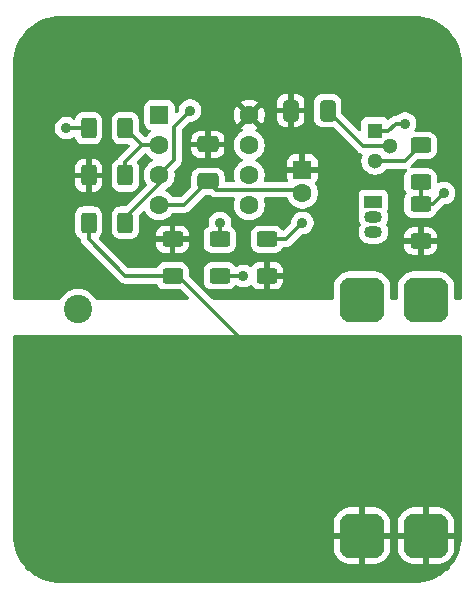
<source format=gbl>
%TF.GenerationSoftware,KiCad,Pcbnew,9.0.3*%
%TF.CreationDate,2025-07-24T09:06:34+02:00*%
%TF.ProjectId,turn-signal-flasher-6V,7475726e-2d73-4696-976e-616c2d666c61,rev?*%
%TF.SameCoordinates,Original*%
%TF.FileFunction,Copper,L2,Bot*%
%TF.FilePolarity,Positive*%
%FSLAX46Y46*%
G04 Gerber Fmt 4.6, Leading zero omitted, Abs format (unit mm)*
G04 Created by KiCad (PCBNEW 9.0.3) date 2025-07-24 09:06:34*
%MOMM*%
%LPD*%
G01*
G04 APERTURE LIST*
G04 Aperture macros list*
%AMRoundRect*
0 Rectangle with rounded corners*
0 $1 Rounding radius*
0 $2 $3 $4 $5 $6 $7 $8 $9 X,Y pos of 4 corners*
0 Add a 4 corners polygon primitive as box body*
4,1,4,$2,$3,$4,$5,$6,$7,$8,$9,$2,$3,0*
0 Add four circle primitives for the rounded corners*
1,1,$1+$1,$2,$3*
1,1,$1+$1,$4,$5*
1,1,$1+$1,$6,$7*
1,1,$1+$1,$8,$9*
0 Add four rect primitives between the rounded corners*
20,1,$1+$1,$2,$3,$4,$5,0*
20,1,$1+$1,$4,$5,$6,$7,0*
20,1,$1+$1,$6,$7,$8,$9,0*
20,1,$1+$1,$8,$9,$2,$3,0*%
G04 Aperture macros list end*
%TA.AperFunction,ComponentPad*%
%ADD10R,1.300000X1.300000*%
%TD*%
%TA.AperFunction,ComponentPad*%
%ADD11C,1.300000*%
%TD*%
%TA.AperFunction,ComponentPad*%
%ADD12RoundRect,0.950000X-0.950000X-0.950000X0.950000X-0.950000X0.950000X0.950000X-0.950000X0.950000X0*%
%TD*%
%TA.AperFunction,ComponentPad*%
%ADD13RoundRect,0.250000X-0.550000X0.550000X-0.550000X-0.550000X0.550000X-0.550000X0.550000X0.550000X0*%
%TD*%
%TA.AperFunction,ComponentPad*%
%ADD14C,1.600000*%
%TD*%
%TA.AperFunction,ComponentPad*%
%ADD15RoundRect,0.250000X-0.550000X-0.550000X0.550000X-0.550000X0.550000X0.550000X-0.550000X0.550000X0*%
%TD*%
%TA.AperFunction,ComponentPad*%
%ADD16C,2.400000*%
%TD*%
%TA.AperFunction,ComponentPad*%
%ADD17R,1.500000X1.050000*%
%TD*%
%TA.AperFunction,ComponentPad*%
%ADD18O,1.500000X1.050000*%
%TD*%
%TA.AperFunction,SMDPad,CuDef*%
%ADD19RoundRect,0.250000X0.625000X-0.400000X0.625000X0.400000X-0.625000X0.400000X-0.625000X-0.400000X0*%
%TD*%
%TA.AperFunction,SMDPad,CuDef*%
%ADD20RoundRect,0.250000X-0.400000X-0.625000X0.400000X-0.625000X0.400000X0.625000X-0.400000X0.625000X0*%
%TD*%
%TA.AperFunction,SMDPad,CuDef*%
%ADD21RoundRect,0.250000X-0.650000X0.412500X-0.650000X-0.412500X0.650000X-0.412500X0.650000X0.412500X0*%
%TD*%
%TA.AperFunction,SMDPad,CuDef*%
%ADD22RoundRect,0.250000X-0.412500X-0.650000X0.412500X-0.650000X0.412500X0.650000X-0.412500X0.650000X0*%
%TD*%
%TA.AperFunction,SMDPad,CuDef*%
%ADD23RoundRect,0.250000X-0.625000X0.400000X-0.625000X-0.400000X0.625000X-0.400000X0.625000X0.400000X0*%
%TD*%
%TA.AperFunction,ViaPad*%
%ADD24C,0.900000*%
%TD*%
%TA.AperFunction,Conductor*%
%ADD25C,0.300000*%
%TD*%
%TA.AperFunction,Conductor*%
%ADD26C,5.000000*%
%TD*%
G04 APERTURE END LIST*
D10*
%TO.P,U2,1,ADJ*%
%TO.N,Net-(U2-ADJ)*%
X131640000Y-110730000D03*
D11*
%TO.P,U2,2,VI*%
%TO.N,GND*%
X132910000Y-112000000D03*
%TO.P,U2,3,VO*%
%TO.N,VEE*%
X131640000Y-113270000D03*
%TD*%
D12*
%TO.P,J3,1,Pin_1*%
%TO.N,Net-(J3-Pin_1)*%
X130550000Y-145000000D03*
X135950000Y-145000000D03*
%TD*%
%TO.P,J1,1,Pin_1*%
%TO.N,VCC*%
X130500000Y-105000000D03*
X135900000Y-105000000D03*
%TD*%
D13*
%TO.P,C2,1*%
%TO.N,VCC*%
X125500000Y-114000000D03*
D14*
%TO.P,C2,2*%
%TO.N,VEE*%
X125500000Y-116000000D03*
%TD*%
D15*
%TO.P,U1,1,~{RESET}/PB5*%
%TO.N,unconnected-(U1-~{RESET}{slash}PB5-Pad1)*%
X113380000Y-109380000D03*
D14*
%TO.P,U1,2,XTAL1/PB3*%
%TO.N,Net-(U1-XTAL1{slash}PB3)*%
X113380000Y-111920000D03*
%TO.P,U1,3,XTAL2/PB4*%
%TO.N,Net-(U1-XTAL2{slash}PB4)*%
X113380000Y-114460000D03*
%TO.P,U1,4,GND*%
%TO.N,VEE*%
X113380000Y-117000000D03*
%TO.P,U1,5,AREF/PB0*%
%TO.N,unconnected-(U1-AREF{slash}PB0-Pad5)*%
X121000000Y-117000000D03*
%TO.P,U1,6,PB1*%
%TO.N,Net-(U1-PB1)*%
X121000000Y-114460000D03*
%TO.P,U1,7,PB2*%
%TO.N,unconnected-(U1-PB2-Pad7)*%
X121000000Y-111920000D03*
%TO.P,U1,8,VCC*%
%TO.N,VCC*%
X121000000Y-109380000D03*
%TD*%
D12*
%TO.P,J2,1,Pin_1*%
%TO.N,GND*%
X130550000Y-125000000D03*
X135950000Y-125000000D03*
%TD*%
D16*
%TO.P,R11,1*%
%TO.N,Net-(Q2-S)*%
X106500000Y-125820000D03*
%TO.P,R11,2*%
%TO.N,VCC*%
X106500000Y-105500000D03*
%TD*%
D17*
%TO.P,Q1,1,C*%
%TO.N,GND*%
X131500000Y-116730000D03*
D18*
%TO.P,Q1,2,B*%
%TO.N,Net-(Q1-B)*%
X131500000Y-118000000D03*
%TO.P,Q1,3,E*%
%TO.N,Net-(Q1-E)*%
X131500000Y-119270000D03*
%TD*%
D19*
%TO.P,R6,1*%
%TO.N,VCC*%
X122500000Y-123000000D03*
%TO.P,R6,2*%
%TO.N,Net-(Q1-E)*%
X122500000Y-119900000D03*
%TD*%
D20*
%TO.P,R4,1*%
%TO.N,GND*%
X107400000Y-110500000D03*
%TO.P,R4,2*%
%TO.N,Net-(U1-XTAL1{slash}PB3)*%
X110500000Y-110500000D03*
%TD*%
%TO.P,R9,1*%
%TO.N,Net-(J3-Pin_1)*%
X107400000Y-118500000D03*
%TO.P,R9,2*%
%TO.N,Net-(U1-XTAL2{slash}PB4)*%
X110500000Y-118500000D03*
%TD*%
D19*
%TO.P,R2,1*%
%TO.N,Net-(U2-ADJ)*%
X135500000Y-115050000D03*
%TO.P,R2,2*%
%TO.N,VEE*%
X135500000Y-111950000D03*
%TD*%
D21*
%TO.P,C1,1*%
%TO.N,VCC*%
X117500000Y-111875000D03*
%TO.P,C1,2*%
%TO.N,VEE*%
X117500000Y-115000000D03*
%TD*%
D22*
%TO.P,C3,1*%
%TO.N,VCC*%
X124500000Y-109000000D03*
%TO.P,C3,2*%
%TO.N,GND*%
X127625000Y-109000000D03*
%TD*%
D23*
%TO.P,R5,1*%
%TO.N,Net-(U1-PB1)*%
X118500000Y-119900000D03*
%TO.P,R5,2*%
%TO.N,Net-(Q1-B)*%
X118500000Y-123000000D03*
%TD*%
%TO.P,R10,1*%
%TO.N,VCC*%
X114500000Y-119900000D03*
%TO.P,R10,2*%
%TO.N,Net-(J3-Pin_1)*%
X114500000Y-123000000D03*
%TD*%
D20*
%TO.P,R3,1*%
%TO.N,VCC*%
X107400000Y-114500000D03*
%TO.P,R3,2*%
%TO.N,Net-(U1-XTAL1{slash}PB3)*%
X110500000Y-114500000D03*
%TD*%
D19*
%TO.P,R1,1*%
%TO.N,VCC*%
X135500000Y-120050000D03*
%TO.P,R1,2*%
%TO.N,Net-(U2-ADJ)*%
X135500000Y-116950000D03*
%TD*%
D24*
%TO.N,VCC*%
X121000000Y-107500000D03*
X120000000Y-104500000D03*
%TO.N,GND*%
X105500000Y-110500000D03*
%TO.N,Net-(J3-Pin_1)*%
X114500000Y-140500000D03*
X128500000Y-129500000D03*
X124500000Y-137500000D03*
X114500000Y-137500000D03*
X127500000Y-129500000D03*
X125500000Y-136500000D03*
X124500000Y-132500000D03*
X128500000Y-134500000D03*
X116500000Y-136500000D03*
X126500000Y-132500000D03*
X121500000Y-136500000D03*
X127500000Y-134500000D03*
X112500000Y-135500000D03*
X122500000Y-136500000D03*
X115500000Y-133500000D03*
X127500000Y-135500000D03*
X117500000Y-136500000D03*
X125500000Y-131500000D03*
X128500000Y-132500000D03*
X128500000Y-138500000D03*
X124500000Y-130500000D03*
X127500000Y-138500000D03*
X114500000Y-134500000D03*
X128500000Y-131500000D03*
X124500000Y-140500000D03*
X114500000Y-133500000D03*
X125500000Y-134500000D03*
X112500000Y-129500000D03*
X126500000Y-139500000D03*
X112500000Y-140500000D03*
X114500000Y-139500000D03*
X119500000Y-137500000D03*
X118500000Y-140500000D03*
X113500000Y-140500000D03*
X126500000Y-140500000D03*
X116500000Y-133500000D03*
X119500000Y-138500000D03*
X128500000Y-133500000D03*
X124500000Y-133500000D03*
X113500000Y-131500000D03*
X125500000Y-137500000D03*
X116500000Y-135500000D03*
X113500000Y-134500000D03*
X119500000Y-140500000D03*
X127500000Y-130500000D03*
X115500000Y-129500000D03*
X122500000Y-138500000D03*
X112500000Y-136500000D03*
X113500000Y-132500000D03*
X113500000Y-133500000D03*
X114500000Y-131500000D03*
X115500000Y-140500000D03*
X128500000Y-130500000D03*
X126500000Y-138500000D03*
X123500000Y-136500000D03*
X114500000Y-132500000D03*
X116500000Y-140500000D03*
X126500000Y-133500000D03*
X125500000Y-140500000D03*
X119500000Y-136500000D03*
X120500000Y-140500000D03*
X126500000Y-134500000D03*
X115500000Y-139500000D03*
X128500000Y-135500000D03*
X112500000Y-134500000D03*
X126500000Y-130500000D03*
X113500000Y-137500000D03*
X128500000Y-139500000D03*
X120500000Y-138500000D03*
X122500000Y-137500000D03*
X120500000Y-128500000D03*
X116500000Y-138500000D03*
X127500000Y-136500000D03*
X123500000Y-140500000D03*
X115500000Y-131500000D03*
X113500000Y-138500000D03*
X117500000Y-139500000D03*
X125500000Y-130500000D03*
X118500000Y-136500000D03*
X126500000Y-135500000D03*
X115500000Y-130500000D03*
X114500000Y-129500000D03*
X126500000Y-129500000D03*
X127500000Y-131500000D03*
X121500000Y-137500000D03*
X123500000Y-137500000D03*
X113500000Y-129500000D03*
X128500000Y-137500000D03*
X116500000Y-139500000D03*
X125500000Y-132500000D03*
X124500000Y-135500000D03*
X126500000Y-136500000D03*
X123500000Y-138500000D03*
X122500000Y-139500000D03*
X123500000Y-139500000D03*
X112500000Y-130500000D03*
X112500000Y-133500000D03*
X113500000Y-139500000D03*
X112500000Y-132500000D03*
X112500000Y-138500000D03*
X116500000Y-132500000D03*
X116500000Y-129500000D03*
X125500000Y-138500000D03*
X121500000Y-139500000D03*
X127500000Y-137500000D03*
X117500000Y-138500000D03*
X115500000Y-138500000D03*
X122500000Y-140500000D03*
X118500000Y-139500000D03*
X112500000Y-139500000D03*
X126500000Y-137500000D03*
X125500000Y-133500000D03*
X120500000Y-137500000D03*
X112500000Y-131500000D03*
X124500000Y-134500000D03*
X112500000Y-137500000D03*
X115500000Y-137500000D03*
X118500000Y-137500000D03*
X117500000Y-140500000D03*
X116500000Y-130500000D03*
X124500000Y-138500000D03*
X126500000Y-131500000D03*
X117500000Y-137500000D03*
X118500000Y-138500000D03*
X113500000Y-135500000D03*
X114500000Y-138500000D03*
X115500000Y-136500000D03*
X115500000Y-135500000D03*
X114500000Y-135500000D03*
X114500000Y-136500000D03*
X116500000Y-137500000D03*
X119500000Y-139500000D03*
X121500000Y-138500000D03*
X128500000Y-140500000D03*
X113500000Y-130500000D03*
X125500000Y-139500000D03*
X125500000Y-129500000D03*
X127500000Y-140500000D03*
X120500000Y-136500000D03*
X114500000Y-130500000D03*
X116500000Y-134500000D03*
X124500000Y-139500000D03*
X116500000Y-131500000D03*
X120500000Y-139500000D03*
X121500000Y-140500000D03*
X125500000Y-135500000D03*
X113500000Y-136500000D03*
X128500000Y-136500000D03*
X127500000Y-132500000D03*
X124500000Y-131500000D03*
X115500000Y-132500000D03*
X124500000Y-129500000D03*
X127500000Y-139500000D03*
X115500000Y-134500000D03*
X127500000Y-133500000D03*
X124500000Y-136500000D03*
%TO.N,Net-(Q1-B)*%
X120500000Y-123000000D03*
%TO.N,Net-(Q1-E)*%
X125500000Y-118500000D03*
%TO.N,Net-(U2-ADJ)*%
X137500000Y-116000000D03*
X134200000Y-110100000D03*
%TO.N,Net-(U1-PB1)*%
X118500000Y-118500000D03*
%TO.N,Net-(U1-XTAL2{slash}PB4)*%
X116000000Y-109000000D03*
%TD*%
D25*
%TO.N,VEE*%
X113380000Y-117000000D02*
X115500000Y-117000000D01*
X118211000Y-115711000D02*
X125211000Y-115711000D01*
X115500000Y-117000000D02*
X117500000Y-115000000D01*
X117500000Y-115000000D02*
X118211000Y-115711000D01*
X134180000Y-113270000D02*
X135500000Y-111950000D01*
X125211000Y-115711000D02*
X125500000Y-116000000D01*
X131640000Y-113270000D02*
X134180000Y-113270000D01*
D26*
%TO.N,VCC*%
X129500000Y-105000000D02*
X130500000Y-105000000D01*
X135896847Y-103814684D02*
X135896850Y-103814687D01*
X135900000Y-105000000D02*
X136499000Y-105599000D01*
X134711531Y-105000000D02*
X135896847Y-103814684D01*
X106500000Y-105500000D02*
X107000000Y-105500000D01*
X130500000Y-105000000D02*
X134711531Y-105000000D01*
X136499000Y-105599000D02*
X136499000Y-105900000D01*
D25*
%TO.N,GND*%
X107400000Y-110500000D02*
X105500000Y-110500000D01*
X130625000Y-112000000D02*
X132910000Y-112000000D01*
X127625000Y-109000000D02*
X130625000Y-112000000D01*
X127625000Y-109000000D02*
X127625000Y-109165000D01*
%TO.N,Net-(J3-Pin_1)*%
X107400000Y-119900000D02*
X110500000Y-123000000D01*
X110500000Y-123000000D02*
X114500000Y-123000000D01*
X120500000Y-128500000D02*
X120525000Y-128525000D01*
X120500000Y-128500000D02*
X115000000Y-123000000D01*
X107400000Y-118500000D02*
X107400000Y-119900000D01*
X115000000Y-123000000D02*
X114500000Y-123000000D01*
%TO.N,Net-(Q1-B)*%
X118500000Y-123000000D02*
X120500000Y-123000000D01*
%TO.N,Net-(Q1-E)*%
X124100000Y-119900000D02*
X125500000Y-118500000D01*
X122500000Y-119900000D02*
X124100000Y-119900000D01*
%TO.N,Net-(U2-ADJ)*%
X135500000Y-115050000D02*
X135500000Y-116950000D01*
X133400000Y-110100000D02*
X134200000Y-110100000D01*
X131640000Y-110730000D02*
X132770000Y-110730000D01*
X136550000Y-116950000D02*
X137500000Y-116000000D01*
X132770000Y-110730000D02*
X133400000Y-110100000D01*
X135500000Y-116950000D02*
X136550000Y-116950000D01*
%TO.N,Net-(U1-XTAL1{slash}PB3)*%
X110500000Y-114500000D02*
X110500000Y-113340000D01*
X110500000Y-113340000D02*
X111920000Y-111920000D01*
X113380000Y-111920000D02*
X111920000Y-111920000D01*
X111920000Y-111920000D02*
X110500000Y-110500000D01*
%TO.N,Net-(U1-PB1)*%
X118500000Y-119900000D02*
X118500000Y-118500000D01*
%TO.N,Net-(U1-XTAL2{slash}PB4)*%
X110500000Y-118500000D02*
X110500000Y-118110818D01*
X110500000Y-118110818D02*
X113380000Y-115230818D01*
X113380000Y-114460000D02*
X114631000Y-113209000D01*
X114631000Y-110369000D02*
X116000000Y-109000000D01*
X113380000Y-115230818D02*
X113380000Y-114460000D01*
X114631000Y-113209000D02*
X114631000Y-110369000D01*
%TD*%
%TA.AperFunction,Conductor*%
%TO.N,Net-(J3-Pin_1)*%
G36*
X138942539Y-128019685D02*
G01*
X138988294Y-128072489D01*
X138999500Y-128124000D01*
X138999500Y-144997128D01*
X138999368Y-145002855D01*
X138982703Y-145363303D01*
X138981646Y-145374707D01*
X138932192Y-145729231D01*
X138930087Y-145740490D01*
X138848135Y-146088931D01*
X138845001Y-146099947D01*
X138731243Y-146439355D01*
X138727105Y-146450035D01*
X138582523Y-146777482D01*
X138577418Y-146787735D01*
X138403234Y-147100452D01*
X138397205Y-147110190D01*
X138194906Y-147405512D01*
X138188003Y-147414652D01*
X137959328Y-147690035D01*
X137951612Y-147698499D01*
X137698499Y-147951612D01*
X137690035Y-147959328D01*
X137414652Y-148188003D01*
X137405512Y-148194906D01*
X137110190Y-148397205D01*
X137100452Y-148403234D01*
X136787735Y-148577418D01*
X136777482Y-148582523D01*
X136450035Y-148727105D01*
X136439355Y-148731243D01*
X136099947Y-148845001D01*
X136088931Y-148848135D01*
X135740490Y-148930087D01*
X135729231Y-148932192D01*
X135374707Y-148981646D01*
X135363303Y-148982703D01*
X135002855Y-148999368D01*
X134997128Y-148999500D01*
X105002872Y-148999500D01*
X104997145Y-148999368D01*
X104636696Y-148982703D01*
X104625292Y-148981646D01*
X104270768Y-148932192D01*
X104259509Y-148930087D01*
X103911068Y-148848135D01*
X103900052Y-148845001D01*
X103560644Y-148731243D01*
X103549964Y-148727105D01*
X103222517Y-148582523D01*
X103212264Y-148577418D01*
X102899547Y-148403234D01*
X102889809Y-148397205D01*
X102594487Y-148194906D01*
X102585347Y-148188003D01*
X102309964Y-147959328D01*
X102301500Y-147951612D01*
X102048387Y-147698499D01*
X102040671Y-147690035D01*
X101811996Y-147414652D01*
X101805093Y-147405512D01*
X101801317Y-147400000D01*
X101703451Y-147257132D01*
X101602794Y-147110190D01*
X101596765Y-147100452D01*
X101422581Y-146787735D01*
X101417476Y-146777482D01*
X101334259Y-146589013D01*
X101272889Y-146450022D01*
X101268761Y-146439368D01*
X101154994Y-146099934D01*
X101151867Y-146088944D01*
X101069910Y-145740482D01*
X101067807Y-145729231D01*
X101064542Y-145705827D01*
X101018352Y-145374700D01*
X101017296Y-145363303D01*
X101011399Y-145235760D01*
X101000632Y-145002855D01*
X101000500Y-144997128D01*
X101000500Y-143969953D01*
X128150000Y-143969953D01*
X128150000Y-144750000D01*
X129895879Y-144750000D01*
X129876901Y-144795818D01*
X129850000Y-144931056D01*
X129850000Y-145068944D01*
X129876901Y-145204182D01*
X129895879Y-145250000D01*
X128150000Y-145250000D01*
X128150000Y-146030046D01*
X128156203Y-146129967D01*
X128156204Y-146129970D01*
X128205518Y-146365156D01*
X128205521Y-146365166D01*
X128292867Y-146589013D01*
X128415880Y-146795457D01*
X128571180Y-146978817D01*
X128571182Y-146978819D01*
X128754542Y-147134119D01*
X128960986Y-147257132D01*
X129184833Y-147344478D01*
X129184843Y-147344481D01*
X129420029Y-147393795D01*
X129420032Y-147393796D01*
X129519953Y-147399999D01*
X129519973Y-147400000D01*
X130300000Y-147400000D01*
X130300000Y-145654120D01*
X130345818Y-145673099D01*
X130481056Y-145700000D01*
X130618944Y-145700000D01*
X130754182Y-145673099D01*
X130800000Y-145654120D01*
X130800000Y-147400000D01*
X131580027Y-147400000D01*
X131580046Y-147399999D01*
X131679967Y-147393796D01*
X131679970Y-147393795D01*
X131915156Y-147344481D01*
X131915166Y-147344478D01*
X132139013Y-147257132D01*
X132345457Y-147134119D01*
X132528817Y-146978819D01*
X132528819Y-146978817D01*
X132684119Y-146795457D01*
X132807132Y-146589013D01*
X132894478Y-146365166D01*
X132894481Y-146365156D01*
X132943795Y-146129970D01*
X132943796Y-146129967D01*
X132949999Y-146030046D01*
X132950000Y-146030027D01*
X132950000Y-145250000D01*
X131204121Y-145250000D01*
X131223099Y-145204182D01*
X131250000Y-145068944D01*
X131250000Y-144931056D01*
X131223099Y-144795818D01*
X131204121Y-144750000D01*
X132950000Y-144750000D01*
X132950000Y-143969972D01*
X132949999Y-143969953D01*
X133550000Y-143969953D01*
X133550000Y-144750000D01*
X135295879Y-144750000D01*
X135276901Y-144795818D01*
X135250000Y-144931056D01*
X135250000Y-145068944D01*
X135276901Y-145204182D01*
X135295879Y-145250000D01*
X133550000Y-145250000D01*
X133550000Y-146030046D01*
X133556203Y-146129967D01*
X133556204Y-146129970D01*
X133605518Y-146365156D01*
X133605521Y-146365166D01*
X133692867Y-146589013D01*
X133815880Y-146795457D01*
X133971180Y-146978817D01*
X133971182Y-146978819D01*
X134154542Y-147134119D01*
X134360986Y-147257132D01*
X134584833Y-147344478D01*
X134584843Y-147344481D01*
X134820029Y-147393795D01*
X134820032Y-147393796D01*
X134919953Y-147399999D01*
X134919973Y-147400000D01*
X135700000Y-147400000D01*
X135700000Y-145654120D01*
X135745818Y-145673099D01*
X135881056Y-145700000D01*
X136018944Y-145700000D01*
X136154182Y-145673099D01*
X136200000Y-145654120D01*
X136200000Y-147400000D01*
X136980027Y-147400000D01*
X136980046Y-147399999D01*
X137079967Y-147393796D01*
X137079970Y-147393795D01*
X137315156Y-147344481D01*
X137315166Y-147344478D01*
X137539013Y-147257132D01*
X137745457Y-147134119D01*
X137928817Y-146978819D01*
X137928819Y-146978817D01*
X138084119Y-146795457D01*
X138207132Y-146589013D01*
X138294478Y-146365166D01*
X138294481Y-146365156D01*
X138343795Y-146129970D01*
X138343796Y-146129967D01*
X138349999Y-146030046D01*
X138350000Y-146030027D01*
X138350000Y-145250000D01*
X136604121Y-145250000D01*
X136623099Y-145204182D01*
X136650000Y-145068944D01*
X136650000Y-144931056D01*
X136623099Y-144795818D01*
X136604121Y-144750000D01*
X138350000Y-144750000D01*
X138350000Y-143969972D01*
X138349999Y-143969953D01*
X138343796Y-143870032D01*
X138343795Y-143870029D01*
X138294481Y-143634843D01*
X138294478Y-143634833D01*
X138207132Y-143410986D01*
X138084119Y-143204542D01*
X137928819Y-143021182D01*
X137928817Y-143021180D01*
X137745457Y-142865880D01*
X137539013Y-142742867D01*
X137315166Y-142655521D01*
X137315156Y-142655518D01*
X137079970Y-142606204D01*
X137079967Y-142606203D01*
X136980046Y-142600000D01*
X136200000Y-142600000D01*
X136200000Y-144345879D01*
X136154182Y-144326901D01*
X136018944Y-144300000D01*
X135881056Y-144300000D01*
X135745818Y-144326901D01*
X135700000Y-144345879D01*
X135700000Y-142600000D01*
X134919953Y-142600000D01*
X134820032Y-142606203D01*
X134820029Y-142606204D01*
X134584843Y-142655518D01*
X134584833Y-142655521D01*
X134360986Y-142742867D01*
X134154542Y-142865880D01*
X133971182Y-143021180D01*
X133971180Y-143021182D01*
X133815880Y-143204542D01*
X133692867Y-143410986D01*
X133605521Y-143634833D01*
X133605518Y-143634843D01*
X133556204Y-143870029D01*
X133556203Y-143870032D01*
X133550000Y-143969953D01*
X132949999Y-143969953D01*
X132943796Y-143870032D01*
X132943795Y-143870029D01*
X132894481Y-143634843D01*
X132894478Y-143634833D01*
X132807132Y-143410986D01*
X132684119Y-143204542D01*
X132528819Y-143021182D01*
X132528817Y-143021180D01*
X132345457Y-142865880D01*
X132139013Y-142742867D01*
X131915166Y-142655521D01*
X131915156Y-142655518D01*
X131679970Y-142606204D01*
X131679967Y-142606203D01*
X131580046Y-142600000D01*
X130800000Y-142600000D01*
X130800000Y-144345879D01*
X130754182Y-144326901D01*
X130618944Y-144300000D01*
X130481056Y-144300000D01*
X130345818Y-144326901D01*
X130300000Y-144345879D01*
X130300000Y-142600000D01*
X129519953Y-142600000D01*
X129420032Y-142606203D01*
X129420029Y-142606204D01*
X129184843Y-142655518D01*
X129184833Y-142655521D01*
X128960986Y-142742867D01*
X128754542Y-142865880D01*
X128571182Y-143021180D01*
X128571180Y-143021182D01*
X128415880Y-143204542D01*
X128292867Y-143410986D01*
X128205521Y-143634833D01*
X128205518Y-143634843D01*
X128156204Y-143870029D01*
X128156203Y-143870032D01*
X128150000Y-143969953D01*
X101000500Y-143969953D01*
X101000500Y-128124000D01*
X101020185Y-128056961D01*
X101072989Y-128011206D01*
X101124500Y-128000000D01*
X138875500Y-128000000D01*
X138942539Y-128019685D01*
G37*
%TD.AperFunction*%
%TD*%
%TA.AperFunction,Conductor*%
%TO.N,VCC*%
G36*
X135002855Y-101000632D02*
G01*
X135363310Y-101017296D01*
X135374700Y-101018352D01*
X135729238Y-101067808D01*
X135740482Y-101069910D01*
X136088944Y-101151867D01*
X136099934Y-101154994D01*
X136439368Y-101268761D01*
X136450022Y-101272889D01*
X136777488Y-101417479D01*
X136787735Y-101422581D01*
X137100452Y-101596765D01*
X137110190Y-101602794D01*
X137405512Y-101805093D01*
X137414652Y-101811996D01*
X137690035Y-102040671D01*
X137698499Y-102048387D01*
X137951612Y-102301500D01*
X137959328Y-102309964D01*
X138188003Y-102585347D01*
X138194906Y-102594487D01*
X138397205Y-102889809D01*
X138403234Y-102899547D01*
X138577418Y-103212264D01*
X138582523Y-103222517D01*
X138727105Y-103549964D01*
X138731243Y-103560644D01*
X138845001Y-103900052D01*
X138848135Y-103911068D01*
X138930087Y-104259509D01*
X138932192Y-104270768D01*
X138981646Y-104625292D01*
X138982703Y-104636696D01*
X138999368Y-104997144D01*
X138999500Y-105002871D01*
X138999500Y-124876000D01*
X138979815Y-124943039D01*
X138927011Y-124988794D01*
X138875500Y-125000000D01*
X138474499Y-125000000D01*
X138407460Y-124980315D01*
X138361705Y-124927511D01*
X138350499Y-124876000D01*
X138350499Y-123969944D01*
X138350499Y-123969941D01*
X138350499Y-123969932D01*
X138344294Y-123869969D01*
X138294963Y-123634701D01*
X138294961Y-123634696D01*
X138294959Y-123634689D01*
X138207583Y-123410765D01*
X138207582Y-123410762D01*
X138084533Y-123204260D01*
X138084531Y-123204258D01*
X138084529Y-123204254D01*
X137929173Y-123020826D01*
X137745745Y-122865470D01*
X137551962Y-122750000D01*
X137539238Y-122742418D01*
X137539236Y-122742417D01*
X137539234Y-122742416D01*
X137315310Y-122655040D01*
X137315300Y-122655037D01*
X137080032Y-122605706D01*
X137080029Y-122605705D01*
X136992479Y-122600270D01*
X136980069Y-122599500D01*
X136980067Y-122599500D01*
X134919944Y-122599500D01*
X134919921Y-122599501D01*
X134819968Y-122605706D01*
X134584699Y-122655037D01*
X134584689Y-122655040D01*
X134360765Y-122742416D01*
X134154254Y-122865470D01*
X133970826Y-123020826D01*
X133815470Y-123204254D01*
X133692416Y-123410765D01*
X133605040Y-123634689D01*
X133605037Y-123634699D01*
X133555706Y-123869967D01*
X133555705Y-123869970D01*
X133549500Y-123969922D01*
X133549500Y-123969931D01*
X133549500Y-124876001D01*
X133529817Y-124943039D01*
X133477013Y-124988794D01*
X133425501Y-125000000D01*
X133074499Y-125000000D01*
X133007460Y-124980315D01*
X132961705Y-124927511D01*
X132950499Y-124876000D01*
X132950499Y-123969944D01*
X132950499Y-123969941D01*
X132950499Y-123969932D01*
X132944294Y-123869969D01*
X132894963Y-123634701D01*
X132894961Y-123634696D01*
X132894959Y-123634689D01*
X132807583Y-123410765D01*
X132807582Y-123410762D01*
X132684533Y-123204260D01*
X132684531Y-123204258D01*
X132684529Y-123204254D01*
X132529173Y-123020826D01*
X132345745Y-122865470D01*
X132151962Y-122750000D01*
X132139238Y-122742418D01*
X132139236Y-122742417D01*
X132139234Y-122742416D01*
X131915310Y-122655040D01*
X131915300Y-122655037D01*
X131680032Y-122605706D01*
X131680029Y-122605705D01*
X131592479Y-122600270D01*
X131580069Y-122599500D01*
X131580067Y-122599500D01*
X129519944Y-122599500D01*
X129519921Y-122599501D01*
X129419968Y-122605706D01*
X129184699Y-122655037D01*
X129184689Y-122655040D01*
X128960765Y-122742416D01*
X128754254Y-122865470D01*
X128570826Y-123020826D01*
X128415470Y-123204254D01*
X128292416Y-123410765D01*
X128205040Y-123634689D01*
X128205037Y-123634699D01*
X128155706Y-123869967D01*
X128155705Y-123869970D01*
X128149500Y-123969922D01*
X128149500Y-123969931D01*
X128149500Y-124876001D01*
X128129817Y-124943039D01*
X128077013Y-124988794D01*
X128025501Y-125000000D01*
X117971308Y-125000000D01*
X117904269Y-124980315D01*
X117883627Y-124963681D01*
X115911818Y-122991872D01*
X115878333Y-122930549D01*
X115875499Y-122904191D01*
X115875499Y-122549999D01*
X115875498Y-122549983D01*
X117124500Y-122549983D01*
X117124500Y-123450001D01*
X117124501Y-123450019D01*
X117135000Y-123552796D01*
X117135001Y-123552797D01*
X117190186Y-123719334D01*
X117282288Y-123868656D01*
X117406344Y-123992712D01*
X117555666Y-124084814D01*
X117722203Y-124139999D01*
X117824991Y-124150500D01*
X119175008Y-124150499D01*
X119277797Y-124139999D01*
X119444334Y-124084814D01*
X119593656Y-123992712D01*
X119717712Y-123868656D01*
X119758618Y-123802335D01*
X119810564Y-123755612D01*
X119879527Y-123744389D01*
X119933047Y-123764331D01*
X120049762Y-123842318D01*
X120049768Y-123842321D01*
X120049769Y-123842322D01*
X120222749Y-123913973D01*
X120406379Y-123950499D01*
X120406383Y-123950500D01*
X120406384Y-123950500D01*
X120593617Y-123950500D01*
X120593618Y-123950499D01*
X120777251Y-123913973D01*
X120950231Y-123842322D01*
X121067369Y-123764052D01*
X121134045Y-123743175D01*
X121201425Y-123761659D01*
X121241798Y-123802058D01*
X121282684Y-123868345D01*
X121406654Y-123992315D01*
X121555875Y-124084356D01*
X121555880Y-124084358D01*
X121722302Y-124139505D01*
X121722309Y-124139506D01*
X121825019Y-124149999D01*
X122249999Y-124149999D01*
X122750000Y-124149999D01*
X123174972Y-124149999D01*
X123174986Y-124149998D01*
X123277697Y-124139505D01*
X123444119Y-124084358D01*
X123444124Y-124084356D01*
X123593345Y-123992315D01*
X123717315Y-123868345D01*
X123809356Y-123719124D01*
X123809358Y-123719119D01*
X123864505Y-123552697D01*
X123864506Y-123552690D01*
X123874999Y-123449986D01*
X123875000Y-123449973D01*
X123875000Y-123250000D01*
X122750000Y-123250000D01*
X122750000Y-124149999D01*
X122249999Y-124149999D01*
X122250000Y-124149998D01*
X122250000Y-122750000D01*
X122750000Y-122750000D01*
X123874999Y-122750000D01*
X123874999Y-122550028D01*
X123874998Y-122550013D01*
X123864505Y-122447302D01*
X123809358Y-122280880D01*
X123809356Y-122280875D01*
X123717315Y-122131654D01*
X123593345Y-122007684D01*
X123444124Y-121915643D01*
X123444119Y-121915641D01*
X123277697Y-121860494D01*
X123277690Y-121860493D01*
X123174986Y-121850000D01*
X122750000Y-121850000D01*
X122750000Y-122750000D01*
X122250000Y-122750000D01*
X122250000Y-121850000D01*
X121825028Y-121850000D01*
X121825012Y-121850001D01*
X121722302Y-121860494D01*
X121555880Y-121915641D01*
X121555875Y-121915643D01*
X121406654Y-122007684D01*
X121282683Y-122131655D01*
X121282680Y-122131659D01*
X121241797Y-122197941D01*
X121189849Y-122244666D01*
X121120887Y-122255887D01*
X121067368Y-122235946D01*
X120950237Y-122157681D01*
X120950228Y-122157676D01*
X120777251Y-122086027D01*
X120777243Y-122086025D01*
X120593620Y-122049500D01*
X120593616Y-122049500D01*
X120406384Y-122049500D01*
X120406379Y-122049500D01*
X120222756Y-122086025D01*
X120222748Y-122086027D01*
X120049771Y-122157676D01*
X120049757Y-122157684D01*
X119933046Y-122235668D01*
X119866369Y-122256546D01*
X119798989Y-122238061D01*
X119758617Y-122197662D01*
X119717712Y-122131344D01*
X119593657Y-122007289D01*
X119593656Y-122007288D01*
X119444334Y-121915186D01*
X119277797Y-121860001D01*
X119277795Y-121860000D01*
X119175010Y-121849500D01*
X117824998Y-121849500D01*
X117824981Y-121849501D01*
X117722203Y-121860000D01*
X117722200Y-121860001D01*
X117555668Y-121915185D01*
X117555663Y-121915187D01*
X117406342Y-122007289D01*
X117282289Y-122131342D01*
X117190187Y-122280663D01*
X117190185Y-122280668D01*
X117167377Y-122349500D01*
X117135001Y-122447203D01*
X117135001Y-122447204D01*
X117135000Y-122447204D01*
X117124500Y-122549983D01*
X115875498Y-122549983D01*
X115875498Y-122549980D01*
X115864999Y-122447203D01*
X115864998Y-122447200D01*
X115826100Y-122329815D01*
X115809814Y-122280666D01*
X115717712Y-122131344D01*
X115593656Y-122007288D01*
X115444334Y-121915186D01*
X115277797Y-121860001D01*
X115277795Y-121860000D01*
X115175010Y-121849500D01*
X113824998Y-121849500D01*
X113824981Y-121849501D01*
X113722203Y-121860000D01*
X113722200Y-121860001D01*
X113555668Y-121915185D01*
X113555663Y-121915187D01*
X113406342Y-122007289D01*
X113282289Y-122131342D01*
X113266046Y-122157676D01*
X113201886Y-122261698D01*
X113186395Y-122286813D01*
X113184600Y-122285706D01*
X113145313Y-122330337D01*
X113079092Y-122349500D01*
X110820808Y-122349500D01*
X110753769Y-122329815D01*
X110733127Y-122313181D01*
X108769932Y-120349986D01*
X113125001Y-120349986D01*
X113135494Y-120452697D01*
X113190641Y-120619119D01*
X113190643Y-120619124D01*
X113282684Y-120768345D01*
X113406654Y-120892315D01*
X113555875Y-120984356D01*
X113555880Y-120984358D01*
X113722302Y-121039505D01*
X113722309Y-121039506D01*
X113825019Y-121049999D01*
X114249999Y-121049999D01*
X114750000Y-121049999D01*
X115174972Y-121049999D01*
X115174986Y-121049998D01*
X115277697Y-121039505D01*
X115444119Y-120984358D01*
X115444124Y-120984356D01*
X115593345Y-120892315D01*
X115717315Y-120768345D01*
X115809356Y-120619124D01*
X115809358Y-120619119D01*
X115864505Y-120452697D01*
X115864506Y-120452690D01*
X115874999Y-120349986D01*
X115875000Y-120349973D01*
X115875000Y-120150000D01*
X114750000Y-120150000D01*
X114750000Y-121049999D01*
X114249999Y-121049999D01*
X114250000Y-121049998D01*
X114250000Y-120150000D01*
X113125001Y-120150000D01*
X113125001Y-120349986D01*
X108769932Y-120349986D01*
X108290838Y-119870892D01*
X108257353Y-119809569D01*
X108262337Y-119739877D01*
X108290838Y-119695530D01*
X108336368Y-119650000D01*
X108392712Y-119593656D01*
X108484814Y-119444334D01*
X108539999Y-119277797D01*
X108550500Y-119175009D01*
X108550499Y-117824992D01*
X108544033Y-117761698D01*
X108539999Y-117722203D01*
X108539998Y-117722200D01*
X108526548Y-117681610D01*
X108484814Y-117555666D01*
X108392712Y-117406344D01*
X108268656Y-117282288D01*
X108119334Y-117190186D01*
X107952797Y-117135001D01*
X107952795Y-117135000D01*
X107850010Y-117124500D01*
X106949998Y-117124500D01*
X106949980Y-117124501D01*
X106847203Y-117135000D01*
X106847200Y-117135001D01*
X106680668Y-117190185D01*
X106680663Y-117190187D01*
X106531342Y-117282289D01*
X106407289Y-117406342D01*
X106315187Y-117555663D01*
X106315186Y-117555665D01*
X106315186Y-117555666D01*
X106260001Y-117722203D01*
X106260001Y-117722204D01*
X106260000Y-117722204D01*
X106249500Y-117824983D01*
X106249500Y-119175001D01*
X106249501Y-119175018D01*
X106260000Y-119277796D01*
X106260001Y-119277799D01*
X106315185Y-119444331D01*
X106315187Y-119444336D01*
X106318989Y-119450500D01*
X106407288Y-119593656D01*
X106531344Y-119717712D01*
X106680666Y-119809814D01*
X106680667Y-119809814D01*
X106686813Y-119813605D01*
X106685987Y-119814943D01*
X106693530Y-119817236D01*
X106710577Y-119837292D01*
X106730337Y-119854687D01*
X106734047Y-119864906D01*
X106738780Y-119870474D01*
X106742606Y-119888475D01*
X106748400Y-119904431D01*
X106749500Y-119912636D01*
X106749500Y-119964069D01*
X106769887Y-120066558D01*
X106770647Y-120070383D01*
X106770648Y-120070384D01*
X106774499Y-120089744D01*
X106811381Y-120178786D01*
X106823535Y-120208127D01*
X106881915Y-120295500D01*
X106894726Y-120314673D01*
X110085328Y-123505275D01*
X110085331Y-123505277D01*
X110156451Y-123552797D01*
X110191873Y-123576465D01*
X110310256Y-123625501D01*
X110310260Y-123625501D01*
X110310261Y-123625502D01*
X110435928Y-123650500D01*
X110435931Y-123650500D01*
X113079092Y-123650500D01*
X113146131Y-123670185D01*
X113184636Y-123714271D01*
X113186395Y-123713187D01*
X113190185Y-123719331D01*
X113190186Y-123719334D01*
X113282288Y-123868656D01*
X113406344Y-123992712D01*
X113555666Y-124084814D01*
X113722203Y-124139999D01*
X113824991Y-124150500D01*
X115175008Y-124150499D01*
X115178165Y-124150499D01*
X115178165Y-124151892D01*
X115240756Y-124166840D01*
X115266822Y-124186768D01*
X115868373Y-124788319D01*
X115901858Y-124849642D01*
X115896874Y-124919334D01*
X115855002Y-124975267D01*
X115789538Y-124999684D01*
X115780692Y-125000000D01*
X108061732Y-125000000D01*
X107994693Y-124980315D01*
X107954346Y-124938001D01*
X107916948Y-124873226D01*
X107916947Y-124873224D01*
X107781248Y-124696377D01*
X107781242Y-124696370D01*
X107623629Y-124538757D01*
X107623622Y-124538751D01*
X107446782Y-124403058D01*
X107446780Y-124403057D01*
X107446774Y-124403052D01*
X107253726Y-124291595D01*
X107253722Y-124291593D01*
X107047790Y-124206293D01*
X107047783Y-124206291D01*
X107047781Y-124206290D01*
X106832463Y-124148596D01*
X106832457Y-124148595D01*
X106832452Y-124148594D01*
X106611466Y-124119501D01*
X106611463Y-124119500D01*
X106611457Y-124119500D01*
X106388543Y-124119500D01*
X106388537Y-124119500D01*
X106388533Y-124119501D01*
X106167547Y-124148594D01*
X106167540Y-124148595D01*
X106167537Y-124148596D01*
X105952219Y-124206290D01*
X105952209Y-124206293D01*
X105746277Y-124291593D01*
X105746273Y-124291595D01*
X105553226Y-124403052D01*
X105553217Y-124403058D01*
X105376377Y-124538751D01*
X105376370Y-124538757D01*
X105218757Y-124696370D01*
X105218751Y-124696377D01*
X105083052Y-124873224D01*
X105062426Y-124908949D01*
X105045653Y-124938000D01*
X104995089Y-124986215D01*
X104938268Y-125000000D01*
X101124500Y-125000000D01*
X101057461Y-124980315D01*
X101011706Y-124927511D01*
X101000500Y-124876000D01*
X101000500Y-115174986D01*
X106250001Y-115174986D01*
X106260494Y-115277697D01*
X106315641Y-115444119D01*
X106315643Y-115444124D01*
X106407684Y-115593345D01*
X106531654Y-115717315D01*
X106680875Y-115809356D01*
X106680880Y-115809358D01*
X106847302Y-115864505D01*
X106847309Y-115864506D01*
X106950019Y-115874999D01*
X107149999Y-115874999D01*
X107650000Y-115874999D01*
X107849972Y-115874999D01*
X107849986Y-115874998D01*
X107952697Y-115864505D01*
X108119119Y-115809358D01*
X108119124Y-115809356D01*
X108268345Y-115717315D01*
X108392315Y-115593345D01*
X108484356Y-115444124D01*
X108484358Y-115444119D01*
X108539505Y-115277697D01*
X108539506Y-115277690D01*
X108549999Y-115174986D01*
X108550000Y-115174973D01*
X108550000Y-114750000D01*
X107650000Y-114750000D01*
X107650000Y-115874999D01*
X107149999Y-115874999D01*
X107150000Y-115874998D01*
X107150000Y-114750000D01*
X106250001Y-114750000D01*
X106250001Y-115174986D01*
X101000500Y-115174986D01*
X101000500Y-113825013D01*
X106250000Y-113825013D01*
X106250000Y-114250000D01*
X107150000Y-114250000D01*
X107650000Y-114250000D01*
X108549999Y-114250000D01*
X108549999Y-113825028D01*
X108549998Y-113825013D01*
X108539505Y-113722302D01*
X108484358Y-113555880D01*
X108484356Y-113555875D01*
X108392315Y-113406654D01*
X108268345Y-113282684D01*
X108119124Y-113190643D01*
X108119119Y-113190641D01*
X107952697Y-113135494D01*
X107952690Y-113135493D01*
X107849986Y-113125000D01*
X107650000Y-113125000D01*
X107650000Y-114250000D01*
X107150000Y-114250000D01*
X107150000Y-113125000D01*
X106950029Y-113125000D01*
X106950012Y-113125001D01*
X106847302Y-113135494D01*
X106680880Y-113190641D01*
X106680875Y-113190643D01*
X106531654Y-113282684D01*
X106407684Y-113406654D01*
X106315643Y-113555875D01*
X106315641Y-113555880D01*
X106260494Y-113722302D01*
X106260493Y-113722309D01*
X106250000Y-113825013D01*
X101000500Y-113825013D01*
X101000500Y-110406379D01*
X104549500Y-110406379D01*
X104549500Y-110593620D01*
X104586025Y-110777243D01*
X104586027Y-110777251D01*
X104657676Y-110950228D01*
X104657681Y-110950237D01*
X104761697Y-111105907D01*
X104761700Y-111105911D01*
X104894088Y-111238299D01*
X104894092Y-111238302D01*
X105049762Y-111342318D01*
X105049768Y-111342321D01*
X105049769Y-111342322D01*
X105222749Y-111413973D01*
X105402050Y-111449638D01*
X105406379Y-111450499D01*
X105406383Y-111450500D01*
X105406384Y-111450500D01*
X105593617Y-111450500D01*
X105593618Y-111450499D01*
X105777251Y-111413973D01*
X105950231Y-111342322D01*
X106085974Y-111251621D01*
X106152647Y-111230745D01*
X106220027Y-111249229D01*
X106266718Y-111301208D01*
X106272567Y-111315720D01*
X106281383Y-111342323D01*
X106308866Y-111425263D01*
X106315186Y-111444333D01*
X106315187Y-111444336D01*
X106318989Y-111450500D01*
X106407288Y-111593656D01*
X106531344Y-111717712D01*
X106680666Y-111809814D01*
X106847203Y-111864999D01*
X106949991Y-111875500D01*
X107850008Y-111875499D01*
X107850016Y-111875498D01*
X107850019Y-111875498D01*
X107906302Y-111869748D01*
X107952797Y-111864999D01*
X108119334Y-111809814D01*
X108268656Y-111717712D01*
X108392712Y-111593656D01*
X108484814Y-111444334D01*
X108539999Y-111277797D01*
X108550500Y-111175009D01*
X108550499Y-109824992D01*
X108550498Y-109824983D01*
X109349500Y-109824983D01*
X109349500Y-111175001D01*
X109349501Y-111175018D01*
X109360000Y-111277796D01*
X109360001Y-111277799D01*
X109415185Y-111444331D01*
X109415187Y-111444336D01*
X109418989Y-111450500D01*
X109507288Y-111593656D01*
X109631344Y-111717712D01*
X109780666Y-111809814D01*
X109947203Y-111864999D01*
X110049991Y-111875500D01*
X110745192Y-111875499D01*
X110812231Y-111895183D01*
X110857986Y-111947987D01*
X110867930Y-112017146D01*
X110838905Y-112080702D01*
X110832873Y-112087180D01*
X109994725Y-112925328D01*
X109994723Y-112925331D01*
X109983110Y-112942712D01*
X109923535Y-113031873D01*
X109889366Y-113114361D01*
X109886089Y-113120330D01*
X109865949Y-113140371D01*
X109848122Y-113162493D01*
X109839277Y-113166912D01*
X109836563Y-113169614D01*
X109831841Y-113170628D01*
X109816409Y-113178341D01*
X109780668Y-113190184D01*
X109631342Y-113282289D01*
X109507289Y-113406342D01*
X109415187Y-113555663D01*
X109415185Y-113555668D01*
X109415115Y-113555880D01*
X109360001Y-113722203D01*
X109360001Y-113722204D01*
X109360000Y-113722204D01*
X109349500Y-113824983D01*
X109349500Y-115175001D01*
X109349501Y-115175018D01*
X109360000Y-115277796D01*
X109360001Y-115277799D01*
X109415185Y-115444331D01*
X109415187Y-115444336D01*
X109449521Y-115500001D01*
X109507288Y-115593656D01*
X109631344Y-115717712D01*
X109780666Y-115809814D01*
X109947203Y-115864999D01*
X110049991Y-115875500D01*
X110950008Y-115875499D01*
X110950016Y-115875498D01*
X110950019Y-115875498D01*
X111006302Y-115869748D01*
X111052797Y-115864999D01*
X111219334Y-115809814D01*
X111368656Y-115717712D01*
X111492712Y-115593656D01*
X111584814Y-115444334D01*
X111639999Y-115277797D01*
X111650500Y-115175009D01*
X111650499Y-113824992D01*
X111642838Y-113750000D01*
X111639999Y-113722203D01*
X111639998Y-113722200D01*
X111625988Y-113679920D01*
X111584814Y-113555666D01*
X111584810Y-113555659D01*
X111491113Y-113403751D01*
X111472673Y-113336359D01*
X111493596Y-113269695D01*
X111508966Y-113250979D01*
X112119026Y-112640919D01*
X112180347Y-112607436D01*
X112250039Y-112612420D01*
X112305972Y-112654292D01*
X112307006Y-112655692D01*
X112346821Y-112710494D01*
X112388034Y-112767219D01*
X112532786Y-112911971D01*
X112687749Y-113024556D01*
X112698390Y-113032287D01*
X112789840Y-113078883D01*
X112791080Y-113079515D01*
X112841876Y-113127490D01*
X112858671Y-113195311D01*
X112836134Y-113261446D01*
X112791080Y-113300485D01*
X112698388Y-113347714D01*
X112532786Y-113468028D01*
X112388028Y-113612786D01*
X112267715Y-113778386D01*
X112174781Y-113960776D01*
X112111522Y-114155465D01*
X112079500Y-114357648D01*
X112079500Y-114562351D01*
X112111522Y-114764534D01*
X112174781Y-114959223D01*
X112221153Y-115050231D01*
X112264364Y-115135038D01*
X112267715Y-115141613D01*
X112323940Y-115219001D01*
X112347420Y-115284807D01*
X112331594Y-115352861D01*
X112311303Y-115379567D01*
X110602689Y-117088181D01*
X110541366Y-117121666D01*
X110515008Y-117124500D01*
X110049998Y-117124500D01*
X110049980Y-117124501D01*
X109947203Y-117135000D01*
X109947200Y-117135001D01*
X109780668Y-117190185D01*
X109780663Y-117190187D01*
X109631342Y-117282289D01*
X109507289Y-117406342D01*
X109415187Y-117555663D01*
X109415186Y-117555665D01*
X109415186Y-117555666D01*
X109360001Y-117722203D01*
X109360001Y-117722204D01*
X109360000Y-117722204D01*
X109349500Y-117824983D01*
X109349500Y-119175001D01*
X109349501Y-119175018D01*
X109360000Y-119277796D01*
X109360001Y-119277799D01*
X109415185Y-119444331D01*
X109415187Y-119444336D01*
X109418989Y-119450500D01*
X109507288Y-119593656D01*
X109631344Y-119717712D01*
X109780666Y-119809814D01*
X109947203Y-119864999D01*
X110049991Y-119875500D01*
X110950008Y-119875499D01*
X110950016Y-119875498D01*
X110950019Y-119875498D01*
X111006302Y-119869748D01*
X111052797Y-119864999D01*
X111219334Y-119809814D01*
X111368656Y-119717712D01*
X111492712Y-119593656D01*
X111581311Y-119450013D01*
X113125000Y-119450013D01*
X113125000Y-119650000D01*
X114250000Y-119650000D01*
X114750000Y-119650000D01*
X115874999Y-119650000D01*
X115874999Y-119450024D01*
X115874998Y-119450016D01*
X115874995Y-119449983D01*
X117124500Y-119449983D01*
X117124500Y-120350001D01*
X117124501Y-120350019D01*
X117135000Y-120452796D01*
X117135001Y-120452797D01*
X117190186Y-120619334D01*
X117282288Y-120768656D01*
X117406344Y-120892712D01*
X117555666Y-120984814D01*
X117722203Y-121039999D01*
X117824991Y-121050500D01*
X119175008Y-121050499D01*
X119277797Y-121039999D01*
X119444334Y-120984814D01*
X119593656Y-120892712D01*
X119717712Y-120768656D01*
X119809814Y-120619334D01*
X119864999Y-120452797D01*
X119875500Y-120350009D01*
X119875499Y-119449992D01*
X119875498Y-119449983D01*
X121124500Y-119449983D01*
X121124500Y-120350001D01*
X121124501Y-120350019D01*
X121135000Y-120452796D01*
X121135001Y-120452797D01*
X121190186Y-120619334D01*
X121282288Y-120768656D01*
X121406344Y-120892712D01*
X121555666Y-120984814D01*
X121722203Y-121039999D01*
X121824991Y-121050500D01*
X123175008Y-121050499D01*
X123277797Y-121039999D01*
X123444334Y-120984814D01*
X123593656Y-120892712D01*
X123717712Y-120768656D01*
X123809814Y-120619334D01*
X123809815Y-120619331D01*
X123813605Y-120613187D01*
X123815399Y-120614293D01*
X123854687Y-120569663D01*
X123920908Y-120550500D01*
X124164071Y-120550500D01*
X124248615Y-120533682D01*
X124289744Y-120525501D01*
X124351342Y-120499986D01*
X134125001Y-120499986D01*
X134135494Y-120602697D01*
X134190641Y-120769119D01*
X134190643Y-120769124D01*
X134282684Y-120918345D01*
X134406654Y-121042315D01*
X134555875Y-121134356D01*
X134555880Y-121134358D01*
X134722302Y-121189505D01*
X134722309Y-121189506D01*
X134825019Y-121199999D01*
X135249999Y-121199999D01*
X135750000Y-121199999D01*
X136174972Y-121199999D01*
X136174986Y-121199998D01*
X136277697Y-121189505D01*
X136444119Y-121134358D01*
X136444124Y-121134356D01*
X136593345Y-121042315D01*
X136717315Y-120918345D01*
X136809356Y-120769124D01*
X136809358Y-120769119D01*
X136864505Y-120602697D01*
X136864506Y-120602690D01*
X136874999Y-120499986D01*
X136875000Y-120499973D01*
X136875000Y-120300000D01*
X135750000Y-120300000D01*
X135750000Y-121199999D01*
X135249999Y-121199999D01*
X135250000Y-121199998D01*
X135250000Y-120300000D01*
X134125001Y-120300000D01*
X134125001Y-120499986D01*
X124351342Y-120499986D01*
X124408127Y-120476465D01*
X124443549Y-120452797D01*
X124514669Y-120405277D01*
X125433127Y-119486819D01*
X125494450Y-119453334D01*
X125520808Y-119450500D01*
X125593617Y-119450500D01*
X125593618Y-119450499D01*
X125777251Y-119413973D01*
X125950231Y-119342322D01*
X126105908Y-119238302D01*
X126238302Y-119105908D01*
X126342322Y-118950231D01*
X126413973Y-118777251D01*
X126450500Y-118593616D01*
X126450500Y-118406384D01*
X126413973Y-118222749D01*
X126342322Y-118049769D01*
X126342321Y-118049768D01*
X126342318Y-118049762D01*
X126238302Y-117894092D01*
X126238299Y-117894088D01*
X126105911Y-117761700D01*
X126105907Y-117761697D01*
X125950237Y-117657681D01*
X125950228Y-117657676D01*
X125777251Y-117586027D01*
X125777243Y-117586025D01*
X125593620Y-117549500D01*
X125593616Y-117549500D01*
X125406384Y-117549500D01*
X125406379Y-117549500D01*
X125222756Y-117586025D01*
X125222748Y-117586027D01*
X125049771Y-117657676D01*
X125049762Y-117657681D01*
X124894092Y-117761697D01*
X124894088Y-117761700D01*
X124761700Y-117894088D01*
X124761697Y-117894092D01*
X124657681Y-118049762D01*
X124657676Y-118049771D01*
X124586027Y-118222748D01*
X124586025Y-118222756D01*
X124549500Y-118406379D01*
X124549500Y-118479191D01*
X124529815Y-118546230D01*
X124513181Y-118566872D01*
X123954877Y-119125175D01*
X123893554Y-119158660D01*
X123823862Y-119153676D01*
X123767929Y-119111804D01*
X123761657Y-119102591D01*
X123717712Y-119031344D01*
X123593656Y-118907288D01*
X123444334Y-118815186D01*
X123277797Y-118760001D01*
X123277795Y-118760000D01*
X123175010Y-118749500D01*
X121824998Y-118749500D01*
X121824981Y-118749501D01*
X121722203Y-118760000D01*
X121722200Y-118760001D01*
X121555668Y-118815185D01*
X121555663Y-118815187D01*
X121406342Y-118907289D01*
X121282289Y-119031342D01*
X121190187Y-119180663D01*
X121190185Y-119180668D01*
X121171088Y-119238299D01*
X121135001Y-119347203D01*
X121135001Y-119347204D01*
X121135000Y-119347204D01*
X121124500Y-119449983D01*
X119875498Y-119449983D01*
X119864999Y-119347203D01*
X119809814Y-119180666D01*
X119717712Y-119031344D01*
X119593656Y-118907288D01*
X119483898Y-118839589D01*
X119437174Y-118787641D01*
X119425951Y-118718678D01*
X119427378Y-118709858D01*
X119429306Y-118700167D01*
X119450500Y-118593616D01*
X119450500Y-118406384D01*
X119413973Y-118222749D01*
X119342322Y-118049769D01*
X119342321Y-118049768D01*
X119342318Y-118049762D01*
X119238302Y-117894092D01*
X119238299Y-117894088D01*
X119105911Y-117761700D01*
X119105907Y-117761697D01*
X118950237Y-117657681D01*
X118950228Y-117657676D01*
X118777251Y-117586027D01*
X118777243Y-117586025D01*
X118593620Y-117549500D01*
X118593616Y-117549500D01*
X118406384Y-117549500D01*
X118406379Y-117549500D01*
X118222756Y-117586025D01*
X118222748Y-117586027D01*
X118049771Y-117657676D01*
X118049762Y-117657681D01*
X117894092Y-117761697D01*
X117894088Y-117761700D01*
X117761700Y-117894088D01*
X117761697Y-117894092D01*
X117657681Y-118049762D01*
X117657676Y-118049771D01*
X117586027Y-118222748D01*
X117586025Y-118222756D01*
X117549500Y-118406379D01*
X117549500Y-118406383D01*
X117549500Y-118406384D01*
X117549500Y-118593616D01*
X117549501Y-118593620D01*
X117572622Y-118709859D01*
X117566394Y-118779451D01*
X117523530Y-118834628D01*
X117516101Y-118839588D01*
X117406347Y-118907285D01*
X117406343Y-118907288D01*
X117282289Y-119031342D01*
X117190187Y-119180663D01*
X117190185Y-119180668D01*
X117171088Y-119238299D01*
X117135001Y-119347203D01*
X117135001Y-119347204D01*
X117135000Y-119347204D01*
X117124500Y-119449983D01*
X115874995Y-119449983D01*
X115864505Y-119347302D01*
X115809358Y-119180880D01*
X115809356Y-119180875D01*
X115717315Y-119031654D01*
X115593345Y-118907684D01*
X115444124Y-118815643D01*
X115444119Y-118815641D01*
X115277697Y-118760494D01*
X115277690Y-118760493D01*
X115174986Y-118750000D01*
X114750000Y-118750000D01*
X114750000Y-119650000D01*
X114250000Y-119650000D01*
X114250000Y-118750000D01*
X113825028Y-118750000D01*
X113825012Y-118750001D01*
X113722302Y-118760494D01*
X113555880Y-118815641D01*
X113555875Y-118815643D01*
X113406654Y-118907684D01*
X113282684Y-119031654D01*
X113190643Y-119180875D01*
X113190641Y-119180880D01*
X113135494Y-119347302D01*
X113135493Y-119347309D01*
X113125000Y-119450013D01*
X111581311Y-119450013D01*
X111584814Y-119444334D01*
X111639999Y-119277797D01*
X111650500Y-119175009D01*
X111650499Y-117931624D01*
X111670184Y-117864586D01*
X111686813Y-117843949D01*
X112005751Y-117525011D01*
X112067072Y-117491528D01*
X112136764Y-117496512D01*
X112192697Y-117538384D01*
X112203913Y-117556396D01*
X112239124Y-117625501D01*
X112267715Y-117681614D01*
X112388028Y-117847213D01*
X112532786Y-117991971D01*
X112667713Y-118089999D01*
X112698390Y-118112287D01*
X112814607Y-118171503D01*
X112880776Y-118205218D01*
X112880778Y-118205218D01*
X112880781Y-118205220D01*
X112985137Y-118239127D01*
X113075465Y-118268477D01*
X113176557Y-118284488D01*
X113277648Y-118300500D01*
X113277649Y-118300500D01*
X113482351Y-118300500D01*
X113482352Y-118300500D01*
X113684534Y-118268477D01*
X113879219Y-118205220D01*
X114061610Y-118112287D01*
X114168246Y-118034812D01*
X114227213Y-117991971D01*
X114227215Y-117991968D01*
X114227219Y-117991966D01*
X114371966Y-117847219D01*
X114477753Y-117701613D01*
X114533082Y-117658949D01*
X114578071Y-117650500D01*
X115564071Y-117650500D01*
X115648615Y-117633682D01*
X115689744Y-117625501D01*
X115808127Y-117576465D01*
X115839254Y-117555667D01*
X115839255Y-117555667D01*
X115913799Y-117505858D01*
X115914669Y-117505277D01*
X117220626Y-116199317D01*
X117281949Y-116165833D01*
X117308307Y-116162999D01*
X117691690Y-116162999D01*
X117758729Y-116182684D01*
X117779371Y-116199318D01*
X117796326Y-116216273D01*
X117796329Y-116216275D01*
X117796331Y-116216277D01*
X117902873Y-116287465D01*
X118021256Y-116336501D01*
X118021260Y-116336501D01*
X118021261Y-116336502D01*
X118146928Y-116361500D01*
X118146931Y-116361500D01*
X119669364Y-116361500D01*
X119736403Y-116381185D01*
X119782158Y-116433989D01*
X119792102Y-116503147D01*
X119787296Y-116523813D01*
X119771991Y-116570916D01*
X119731522Y-116695465D01*
X119699500Y-116897648D01*
X119699500Y-117102351D01*
X119731522Y-117304534D01*
X119794781Y-117499223D01*
X119887715Y-117681613D01*
X120008028Y-117847213D01*
X120152786Y-117991971D01*
X120287713Y-118089999D01*
X120318390Y-118112287D01*
X120434607Y-118171503D01*
X120500776Y-118205218D01*
X120500778Y-118205218D01*
X120500781Y-118205220D01*
X120605137Y-118239127D01*
X120695465Y-118268477D01*
X120796557Y-118284488D01*
X120897648Y-118300500D01*
X120897649Y-118300500D01*
X121102351Y-118300500D01*
X121102352Y-118300500D01*
X121304534Y-118268477D01*
X121499219Y-118205220D01*
X121681610Y-118112287D01*
X121788246Y-118034812D01*
X121847213Y-117991971D01*
X121847215Y-117991968D01*
X121847219Y-117991966D01*
X121991966Y-117847219D01*
X121991968Y-117847215D01*
X121991971Y-117847213D01*
X122082794Y-117722204D01*
X122112287Y-117681610D01*
X122205220Y-117499219D01*
X122268477Y-117304534D01*
X122300500Y-117102352D01*
X122300500Y-116897648D01*
X122268477Y-116695466D01*
X122212704Y-116523817D01*
X122210710Y-116453977D01*
X122246790Y-116394144D01*
X122309491Y-116363316D01*
X122330636Y-116361500D01*
X124159941Y-116361500D01*
X124226980Y-116381185D01*
X124272735Y-116433989D01*
X124277872Y-116447181D01*
X124294781Y-116499223D01*
X124387715Y-116681613D01*
X124508028Y-116847213D01*
X124652786Y-116991971D01*
X124807749Y-117104556D01*
X124818390Y-117112287D01*
X124934607Y-117171503D01*
X125000776Y-117205218D01*
X125000778Y-117205218D01*
X125000781Y-117205220D01*
X125105137Y-117239127D01*
X125195465Y-117268477D01*
X125282664Y-117282288D01*
X125397648Y-117300500D01*
X125397649Y-117300500D01*
X125602351Y-117300500D01*
X125602352Y-117300500D01*
X125804534Y-117268477D01*
X125999219Y-117205220D01*
X126181610Y-117112287D01*
X126274590Y-117044732D01*
X126347213Y-116991971D01*
X126347215Y-116991968D01*
X126347219Y-116991966D01*
X126491966Y-116847219D01*
X126491968Y-116847215D01*
X126491971Y-116847213D01*
X126571100Y-116738299D01*
X126612287Y-116681610D01*
X126705220Y-116499219D01*
X126768477Y-116304534D01*
X126791823Y-116157135D01*
X130249500Y-116157135D01*
X130249500Y-117302870D01*
X130249501Y-117302876D01*
X130255908Y-117362483D01*
X130306202Y-117497328D01*
X130306203Y-117497330D01*
X130306204Y-117497331D01*
X130307028Y-117498432D01*
X130307509Y-117499721D01*
X130310454Y-117505114D01*
X130309678Y-117505537D01*
X130331448Y-117563895D01*
X130322325Y-117620198D01*
X130288910Y-117700868D01*
X130288907Y-117700880D01*
X130249500Y-117898992D01*
X130249500Y-118101007D01*
X130288907Y-118299119D01*
X130288909Y-118299127D01*
X130366213Y-118485755D01*
X130419904Y-118566109D01*
X130440782Y-118632787D01*
X130422297Y-118700167D01*
X130419904Y-118703891D01*
X130366213Y-118784244D01*
X130288909Y-118970872D01*
X130288907Y-118970880D01*
X130249500Y-119168992D01*
X130249500Y-119371007D01*
X130288907Y-119569119D01*
X130288909Y-119569127D01*
X130366212Y-119755752D01*
X130366217Y-119755762D01*
X130478441Y-119923718D01*
X130621281Y-120066558D01*
X130789237Y-120178782D01*
X130789241Y-120178784D01*
X130789244Y-120178786D01*
X130975873Y-120256091D01*
X131173992Y-120295499D01*
X131173996Y-120295500D01*
X131173997Y-120295500D01*
X131826004Y-120295500D01*
X131826005Y-120295499D01*
X132024127Y-120256091D01*
X132210756Y-120178786D01*
X132253838Y-120150000D01*
X132260519Y-120145536D01*
X132260520Y-120145535D01*
X132378716Y-120066560D01*
X132521558Y-119923718D01*
X132633782Y-119755762D01*
X132633782Y-119755761D01*
X132633786Y-119755756D01*
X132698297Y-119600013D01*
X134125000Y-119600013D01*
X134125000Y-119800000D01*
X135250000Y-119800000D01*
X135750000Y-119800000D01*
X136874999Y-119800000D01*
X136874999Y-119600028D01*
X136874998Y-119600013D01*
X136864505Y-119497302D01*
X136809358Y-119330880D01*
X136809356Y-119330875D01*
X136717315Y-119181654D01*
X136593345Y-119057684D01*
X136444124Y-118965643D01*
X136444119Y-118965641D01*
X136277697Y-118910494D01*
X136277690Y-118910493D01*
X136174986Y-118900000D01*
X135750000Y-118900000D01*
X135750000Y-119800000D01*
X135250000Y-119800000D01*
X135250000Y-118900000D01*
X134825028Y-118900000D01*
X134825012Y-118900001D01*
X134722302Y-118910494D01*
X134555880Y-118965641D01*
X134555875Y-118965643D01*
X134406654Y-119057684D01*
X134282684Y-119181654D01*
X134190643Y-119330875D01*
X134190641Y-119330880D01*
X134135494Y-119497302D01*
X134135493Y-119497309D01*
X134125000Y-119600013D01*
X132698297Y-119600013D01*
X132711091Y-119569127D01*
X132750500Y-119371003D01*
X132750500Y-119168997D01*
X132711091Y-118970873D01*
X132633786Y-118784244D01*
X132580094Y-118703889D01*
X132559217Y-118637214D01*
X132577701Y-118569834D01*
X132580078Y-118566134D01*
X132633786Y-118485756D01*
X132711091Y-118299127D01*
X132750500Y-118101003D01*
X132750500Y-117898997D01*
X132711091Y-117700873D01*
X132677673Y-117620198D01*
X132670205Y-117550730D01*
X132689964Y-117505340D01*
X132689547Y-117505112D01*
X132692095Y-117500444D01*
X132692972Y-117498431D01*
X132693796Y-117497331D01*
X132744091Y-117362483D01*
X132750500Y-117302873D01*
X132750499Y-116157128D01*
X132744091Y-116097517D01*
X132742636Y-116093617D01*
X132693797Y-115962671D01*
X132693793Y-115962664D01*
X132607547Y-115847455D01*
X132607544Y-115847452D01*
X132492335Y-115761206D01*
X132492328Y-115761202D01*
X132357482Y-115710908D01*
X132357483Y-115710908D01*
X132297883Y-115704501D01*
X132297881Y-115704500D01*
X132297873Y-115704500D01*
X132297864Y-115704500D01*
X130702129Y-115704500D01*
X130702123Y-115704501D01*
X130642516Y-115710908D01*
X130507671Y-115761202D01*
X130507664Y-115761206D01*
X130392455Y-115847452D01*
X130392452Y-115847455D01*
X130306206Y-115962664D01*
X130306202Y-115962671D01*
X130255908Y-116097517D01*
X130249967Y-116152780D01*
X130249501Y-116157123D01*
X130249500Y-116157135D01*
X126791823Y-116157135D01*
X126800500Y-116102352D01*
X126800500Y-115897648D01*
X126778643Y-115759653D01*
X126768477Y-115695465D01*
X126705218Y-115500776D01*
X126612286Y-115318389D01*
X126560911Y-115247676D01*
X126537432Y-115181872D01*
X126553257Y-115113819D01*
X126573549Y-115087112D01*
X126642315Y-115018345D01*
X126734356Y-114869124D01*
X126734358Y-114869119D01*
X126789505Y-114702697D01*
X126789506Y-114702690D01*
X126799999Y-114599986D01*
X126800000Y-114599973D01*
X126800000Y-114250000D01*
X125815686Y-114250000D01*
X125820080Y-114245606D01*
X125872741Y-114154394D01*
X125900000Y-114052661D01*
X125900000Y-113947339D01*
X125872741Y-113845606D01*
X125820080Y-113754394D01*
X125815686Y-113750000D01*
X126799999Y-113750000D01*
X126799999Y-113400028D01*
X126799998Y-113400013D01*
X126789505Y-113297302D01*
X126734358Y-113130880D01*
X126734356Y-113130875D01*
X126642315Y-112981654D01*
X126518345Y-112857684D01*
X126369124Y-112765643D01*
X126369119Y-112765641D01*
X126202697Y-112710494D01*
X126202690Y-112710493D01*
X126099986Y-112700000D01*
X125750000Y-112700000D01*
X125750000Y-113684314D01*
X125745606Y-113679920D01*
X125654394Y-113627259D01*
X125552661Y-113600000D01*
X125447339Y-113600000D01*
X125345606Y-113627259D01*
X125254394Y-113679920D01*
X125250000Y-113684314D01*
X125250000Y-112700000D01*
X124900028Y-112700000D01*
X124900012Y-112700001D01*
X124797302Y-112710494D01*
X124630880Y-112765641D01*
X124630875Y-112765643D01*
X124481654Y-112857684D01*
X124357684Y-112981654D01*
X124265643Y-113130875D01*
X124265641Y-113130880D01*
X124210494Y-113297302D01*
X124210493Y-113297309D01*
X124200000Y-113400013D01*
X124200000Y-113750000D01*
X125184314Y-113750000D01*
X125179920Y-113754394D01*
X125127259Y-113845606D01*
X125100000Y-113947339D01*
X125100000Y-114052661D01*
X125127259Y-114154394D01*
X125179920Y-114245606D01*
X125184314Y-114250000D01*
X124200001Y-114250000D01*
X124200001Y-114599986D01*
X124210494Y-114702697D01*
X124265641Y-114869119D01*
X124265646Y-114869129D01*
X124267051Y-114871407D01*
X124267537Y-114873185D01*
X124268696Y-114875670D01*
X124268271Y-114875867D01*
X124285489Y-114938800D01*
X124264564Y-115005463D01*
X124210920Y-115050231D01*
X124161510Y-115060500D01*
X122342984Y-115060500D01*
X122275945Y-115040815D01*
X122230190Y-114988011D01*
X122220246Y-114918853D01*
X122225053Y-114898182D01*
X122268476Y-114764538D01*
X122268476Y-114764537D01*
X122268477Y-114764534D01*
X122300500Y-114562352D01*
X122300500Y-114357648D01*
X122272576Y-114181344D01*
X122268477Y-114155465D01*
X122224299Y-114019501D01*
X122205220Y-113960781D01*
X122205218Y-113960778D01*
X122205218Y-113960776D01*
X122160490Y-113872994D01*
X122112287Y-113778390D01*
X122091661Y-113750000D01*
X121991971Y-113612786D01*
X121847213Y-113468028D01*
X121681612Y-113347714D01*
X121660170Y-113336789D01*
X121588917Y-113300483D01*
X121538123Y-113252511D01*
X121521328Y-113184690D01*
X121543865Y-113118555D01*
X121588917Y-113079516D01*
X121681610Y-113032287D01*
X121764787Y-112971856D01*
X121847213Y-112911971D01*
X121847215Y-112911968D01*
X121847219Y-112911966D01*
X121991966Y-112767219D01*
X121991968Y-112767215D01*
X121991971Y-112767213D01*
X122062877Y-112669617D01*
X122112287Y-112601610D01*
X122205220Y-112419219D01*
X122268477Y-112224534D01*
X122300500Y-112022352D01*
X122300500Y-111817648D01*
X122286711Y-111730591D01*
X122268477Y-111615465D01*
X122226417Y-111486019D01*
X122205220Y-111420781D01*
X122205218Y-111420778D01*
X122205218Y-111420776D01*
X122171503Y-111354607D01*
X122112287Y-111238390D01*
X122103974Y-111226948D01*
X121991971Y-111072786D01*
X121847213Y-110928028D01*
X121681611Y-110807713D01*
X121588369Y-110760203D01*
X121537574Y-110712229D01*
X121520779Y-110644407D01*
X121543317Y-110578273D01*
X121588371Y-110539234D01*
X121681346Y-110491861D01*
X121681347Y-110491861D01*
X121725921Y-110459474D01*
X121046447Y-109780000D01*
X121052661Y-109780000D01*
X121154394Y-109752741D01*
X121245606Y-109700080D01*
X121320080Y-109625606D01*
X121372741Y-109534394D01*
X121400000Y-109432661D01*
X121400000Y-109426447D01*
X122079474Y-110105921D01*
X122111859Y-110061349D01*
X122204755Y-109879031D01*
X122262931Y-109699986D01*
X123337501Y-109699986D01*
X123347994Y-109802697D01*
X123403141Y-109969119D01*
X123403143Y-109969124D01*
X123495184Y-110118345D01*
X123619154Y-110242315D01*
X123768375Y-110334356D01*
X123768380Y-110334358D01*
X123934802Y-110389505D01*
X123934809Y-110389506D01*
X124037519Y-110399999D01*
X124249999Y-110399999D01*
X124750000Y-110399999D01*
X124962472Y-110399999D01*
X124962486Y-110399998D01*
X125065197Y-110389505D01*
X125231619Y-110334358D01*
X125231624Y-110334356D01*
X125380845Y-110242315D01*
X125504815Y-110118345D01*
X125596856Y-109969124D01*
X125596858Y-109969119D01*
X125652005Y-109802697D01*
X125652006Y-109802690D01*
X125662499Y-109699986D01*
X125662500Y-109699973D01*
X125662500Y-109250000D01*
X124750000Y-109250000D01*
X124750000Y-110399999D01*
X124249999Y-110399999D01*
X124250000Y-110399998D01*
X124250000Y-109250000D01*
X123337501Y-109250000D01*
X123337501Y-109699986D01*
X122262931Y-109699986D01*
X122267990Y-109684417D01*
X122300000Y-109482317D01*
X122300000Y-109277682D01*
X122290553Y-109218036D01*
X122267990Y-109075582D01*
X122204755Y-108880968D01*
X122111859Y-108698650D01*
X122079474Y-108654077D01*
X122079474Y-108654076D01*
X121400000Y-109333551D01*
X121400000Y-109327339D01*
X121372741Y-109225606D01*
X121320080Y-109134394D01*
X121245606Y-109059920D01*
X121154394Y-109007259D01*
X121052661Y-108980000D01*
X121046446Y-108980000D01*
X121725922Y-108300524D01*
X121725922Y-108300523D01*
X121725220Y-108300013D01*
X123337500Y-108300013D01*
X123337500Y-108750000D01*
X124250000Y-108750000D01*
X124750000Y-108750000D01*
X125662499Y-108750000D01*
X125662499Y-108300024D01*
X125662498Y-108300016D01*
X125662495Y-108299983D01*
X126462000Y-108299983D01*
X126462000Y-109700001D01*
X126462001Y-109700018D01*
X126472500Y-109802796D01*
X126472501Y-109802799D01*
X126497762Y-109879031D01*
X126527686Y-109969334D01*
X126619788Y-110118656D01*
X126743844Y-110242712D01*
X126893166Y-110334814D01*
X127059703Y-110389999D01*
X127162491Y-110400500D01*
X128054191Y-110400499D01*
X128121230Y-110420183D01*
X128141872Y-110436818D01*
X130210325Y-112505272D01*
X130210328Y-112505275D01*
X130210331Y-112505277D01*
X130289386Y-112558099D01*
X130316873Y-112576465D01*
X130435256Y-112625501D01*
X130473170Y-112633042D01*
X130494229Y-112637232D01*
X130556140Y-112669617D01*
X130590714Y-112730332D01*
X130586975Y-112800102D01*
X130580523Y-112815143D01*
X130573791Y-112828354D01*
X130573787Y-112828363D01*
X130517829Y-113000589D01*
X130489500Y-113179448D01*
X130489500Y-113360551D01*
X130517829Y-113539410D01*
X130573787Y-113711636D01*
X130573788Y-113711639D01*
X130629664Y-113821300D01*
X130641111Y-113843766D01*
X130656006Y-113872997D01*
X130762441Y-114019494D01*
X130762445Y-114019499D01*
X130890500Y-114147554D01*
X130890505Y-114147558D01*
X131018287Y-114240396D01*
X131037006Y-114253996D01*
X131142484Y-114307740D01*
X131198360Y-114336211D01*
X131198363Y-114336212D01*
X131264338Y-114357648D01*
X131370591Y-114392171D01*
X131453429Y-114405291D01*
X131549449Y-114420500D01*
X131549454Y-114420500D01*
X131730551Y-114420500D01*
X131817259Y-114406765D01*
X131909409Y-114392171D01*
X132081639Y-114336211D01*
X132242994Y-114253996D01*
X132389501Y-114147553D01*
X132517553Y-114019501D01*
X132520316Y-114015697D01*
X132552345Y-113971615D01*
X132607674Y-113928949D01*
X132652663Y-113920500D01*
X134243770Y-113920500D01*
X134310809Y-113940185D01*
X134356564Y-113992989D01*
X134366508Y-114062147D01*
X134337483Y-114125703D01*
X134331451Y-114132181D01*
X134282289Y-114181342D01*
X134190187Y-114330663D01*
X134190185Y-114330668D01*
X134169805Y-114392171D01*
X134135001Y-114497203D01*
X134135001Y-114497204D01*
X134135000Y-114497204D01*
X134124500Y-114599983D01*
X134124500Y-115500001D01*
X134124501Y-115500019D01*
X134135000Y-115602796D01*
X134135001Y-115602799D01*
X134175392Y-115724688D01*
X134190186Y-115769334D01*
X134269330Y-115897648D01*
X134282289Y-115918657D01*
X134285795Y-115923091D01*
X134311934Y-115987887D01*
X134298892Y-116056529D01*
X134285795Y-116076909D01*
X134282289Y-116081342D01*
X134190187Y-116230663D01*
X134190185Y-116230668D01*
X134162843Y-116313181D01*
X134135001Y-116397203D01*
X134135001Y-116397204D01*
X134135000Y-116397204D01*
X134124500Y-116499983D01*
X134124500Y-117400001D01*
X134124501Y-117400019D01*
X134135000Y-117502796D01*
X134135001Y-117502799D01*
X134173904Y-117620198D01*
X134190186Y-117669334D01*
X134282288Y-117818656D01*
X134406344Y-117942712D01*
X134555666Y-118034814D01*
X134722203Y-118089999D01*
X134824991Y-118100500D01*
X136175008Y-118100499D01*
X136277797Y-118089999D01*
X136444334Y-118034814D01*
X136593656Y-117942712D01*
X136717712Y-117818656D01*
X136809814Y-117669334D01*
X136843480Y-117567732D01*
X136883252Y-117510289D01*
X136892296Y-117503635D01*
X136940327Y-117471541D01*
X136964669Y-117455277D01*
X137433127Y-116986819D01*
X137494450Y-116953334D01*
X137520808Y-116950500D01*
X137593617Y-116950500D01*
X137593618Y-116950499D01*
X137777251Y-116913973D01*
X137950231Y-116842322D01*
X138105908Y-116738302D01*
X138238302Y-116605908D01*
X138342322Y-116450231D01*
X138413973Y-116277251D01*
X138450500Y-116093616D01*
X138450500Y-115906384D01*
X138413973Y-115722749D01*
X138342322Y-115549769D01*
X138342321Y-115549768D01*
X138342318Y-115549762D01*
X138238302Y-115394092D01*
X138238299Y-115394088D01*
X138105911Y-115261700D01*
X138105907Y-115261697D01*
X137950237Y-115157681D01*
X137950228Y-115157676D01*
X137777251Y-115086027D01*
X137777243Y-115086025D01*
X137593620Y-115049500D01*
X137593616Y-115049500D01*
X137406384Y-115049500D01*
X137406379Y-115049500D01*
X137222756Y-115086025D01*
X137222744Y-115086028D01*
X137046951Y-115158844D01*
X136977482Y-115166313D01*
X136915003Y-115135038D01*
X136879351Y-115074949D01*
X136875499Y-115044283D01*
X136875499Y-114599998D01*
X136875498Y-114599981D01*
X136864999Y-114497203D01*
X136864998Y-114497200D01*
X136844289Y-114434704D01*
X136809814Y-114330666D01*
X136717712Y-114181344D01*
X136593656Y-114057288D01*
X136444334Y-113965186D01*
X136277797Y-113910001D01*
X136277795Y-113910000D01*
X136175010Y-113899500D01*
X134824998Y-113899500D01*
X134824978Y-113899502D01*
X134776848Y-113904418D01*
X134708155Y-113891647D01*
X134657272Y-113843766D01*
X134640352Y-113775976D01*
X134662769Y-113709800D01*
X134676567Y-113693379D01*
X135233127Y-113136818D01*
X135294450Y-113103333D01*
X135320808Y-113100499D01*
X136175002Y-113100499D01*
X136175008Y-113100499D01*
X136277797Y-113089999D01*
X136444334Y-113034814D01*
X136593656Y-112942712D01*
X136717712Y-112818656D01*
X136809814Y-112669334D01*
X136864999Y-112502797D01*
X136875500Y-112400009D01*
X136875499Y-111499992D01*
X136872786Y-111473437D01*
X136864999Y-111397203D01*
X136864998Y-111397200D01*
X136864933Y-111397004D01*
X136809814Y-111230666D01*
X136717712Y-111081344D01*
X136593656Y-110957288D01*
X136444334Y-110865186D01*
X136277797Y-110810001D01*
X136277795Y-110810000D01*
X136175016Y-110799500D01*
X136175009Y-110799500D01*
X135107754Y-110799500D01*
X135040715Y-110779815D01*
X134994960Y-110727011D01*
X134985016Y-110657853D01*
X135004652Y-110606609D01*
X135042318Y-110550237D01*
X135042318Y-110550236D01*
X135042322Y-110550231D01*
X135113973Y-110377251D01*
X135150500Y-110193616D01*
X135150500Y-110006384D01*
X135113973Y-109822749D01*
X135042322Y-109649769D01*
X135042321Y-109649768D01*
X135042318Y-109649762D01*
X134938302Y-109494092D01*
X134938299Y-109494088D01*
X134805911Y-109361700D01*
X134805907Y-109361697D01*
X134650237Y-109257681D01*
X134650228Y-109257676D01*
X134477251Y-109186027D01*
X134477243Y-109186025D01*
X134293620Y-109149500D01*
X134293616Y-109149500D01*
X134106384Y-109149500D01*
X134106379Y-109149500D01*
X133922756Y-109186025D01*
X133922748Y-109186027D01*
X133749771Y-109257676D01*
X133749762Y-109257681D01*
X133594092Y-109361697D01*
X133594088Y-109361700D01*
X133542610Y-109413180D01*
X133481287Y-109446666D01*
X133454928Y-109449500D01*
X133335929Y-109449500D01*
X133210261Y-109474497D01*
X133210255Y-109474499D01*
X133186605Y-109484295D01*
X133162954Y-109494092D01*
X133091881Y-109523530D01*
X133091863Y-109523540D01*
X132985336Y-109594719D01*
X132985333Y-109594721D01*
X132838661Y-109741392D01*
X132777337Y-109774876D01*
X132707646Y-109769891D01*
X132651714Y-109728022D01*
X132647546Y-109722454D01*
X132647544Y-109722453D01*
X132647544Y-109722452D01*
X132532335Y-109636206D01*
X132532328Y-109636202D01*
X132397482Y-109585908D01*
X132397483Y-109585908D01*
X132337883Y-109579501D01*
X132337881Y-109579500D01*
X132337873Y-109579500D01*
X132337864Y-109579500D01*
X130942129Y-109579500D01*
X130942123Y-109579501D01*
X130882516Y-109585908D01*
X130747671Y-109636202D01*
X130747664Y-109636206D01*
X130632455Y-109722452D01*
X130632452Y-109722455D01*
X130546206Y-109837664D01*
X130546202Y-109837671D01*
X130495908Y-109972517D01*
X130489501Y-110032116D01*
X130489500Y-110032135D01*
X130489500Y-110645192D01*
X130469815Y-110712231D01*
X130417011Y-110757986D01*
X130347853Y-110767930D01*
X130284297Y-110738905D01*
X130277819Y-110732873D01*
X128824318Y-109279372D01*
X128790833Y-109218049D01*
X128787999Y-109191691D01*
X128787999Y-108299998D01*
X128787998Y-108299981D01*
X128777499Y-108197203D01*
X128777498Y-108197200D01*
X128764401Y-108157676D01*
X128722314Y-108030666D01*
X128630212Y-107881344D01*
X128506156Y-107757288D01*
X128356834Y-107665186D01*
X128190297Y-107610001D01*
X128190295Y-107610000D01*
X128087510Y-107599500D01*
X127162498Y-107599500D01*
X127162480Y-107599501D01*
X127059703Y-107610000D01*
X127059700Y-107610001D01*
X126893168Y-107665185D01*
X126893163Y-107665187D01*
X126743842Y-107757289D01*
X126619789Y-107881342D01*
X126527687Y-108030663D01*
X126527685Y-108030668D01*
X126527615Y-108030880D01*
X126472501Y-108197203D01*
X126472501Y-108197204D01*
X126472500Y-108197204D01*
X126462000Y-108299983D01*
X125662495Y-108299983D01*
X125652005Y-108197302D01*
X125596858Y-108030880D01*
X125596856Y-108030875D01*
X125504815Y-107881654D01*
X125380845Y-107757684D01*
X125231624Y-107665643D01*
X125231619Y-107665641D01*
X125065197Y-107610494D01*
X125065190Y-107610493D01*
X124962486Y-107600000D01*
X124750000Y-107600000D01*
X124750000Y-108750000D01*
X124250000Y-108750000D01*
X124250000Y-107600000D01*
X124037529Y-107600000D01*
X124037512Y-107600001D01*
X123934802Y-107610494D01*
X123768380Y-107665641D01*
X123768375Y-107665643D01*
X123619154Y-107757684D01*
X123495184Y-107881654D01*
X123403143Y-108030875D01*
X123403141Y-108030880D01*
X123347994Y-108197302D01*
X123347993Y-108197309D01*
X123337500Y-108300013D01*
X121725220Y-108300013D01*
X121681359Y-108268147D01*
X121681350Y-108268141D01*
X121499031Y-108175244D01*
X121304417Y-108112009D01*
X121102317Y-108080000D01*
X120897683Y-108080000D01*
X120695582Y-108112009D01*
X120500968Y-108175244D01*
X120318644Y-108268143D01*
X120274077Y-108300523D01*
X120274077Y-108300524D01*
X120953554Y-108980000D01*
X120947339Y-108980000D01*
X120845606Y-109007259D01*
X120754394Y-109059920D01*
X120679920Y-109134394D01*
X120627259Y-109225606D01*
X120600000Y-109327339D01*
X120600000Y-109333553D01*
X119920524Y-108654077D01*
X119920523Y-108654077D01*
X119888143Y-108698644D01*
X119795244Y-108880968D01*
X119732009Y-109075582D01*
X119700000Y-109277682D01*
X119700000Y-109482317D01*
X119732009Y-109684417D01*
X119795244Y-109879031D01*
X119888141Y-110061350D01*
X119888147Y-110061359D01*
X119920523Y-110105921D01*
X119920524Y-110105922D01*
X120600000Y-109426446D01*
X120600000Y-109432661D01*
X120627259Y-109534394D01*
X120679920Y-109625606D01*
X120754394Y-109700080D01*
X120845606Y-109752741D01*
X120947339Y-109780000D01*
X120953553Y-109780000D01*
X120274076Y-110459474D01*
X120318652Y-110491861D01*
X120411628Y-110539234D01*
X120462425Y-110587208D01*
X120479220Y-110655029D01*
X120456683Y-110721164D01*
X120411630Y-110760203D01*
X120318388Y-110807713D01*
X120152786Y-110928028D01*
X120008028Y-111072786D01*
X119887715Y-111238386D01*
X119794781Y-111420776D01*
X119731522Y-111615465D01*
X119699500Y-111817648D01*
X119699500Y-112022351D01*
X119731522Y-112224534D01*
X119794781Y-112419223D01*
X119887715Y-112601613D01*
X120008028Y-112767213D01*
X120152786Y-112911971D01*
X120307749Y-113024556D01*
X120318390Y-113032287D01*
X120409840Y-113078883D01*
X120411080Y-113079515D01*
X120461876Y-113127490D01*
X120478671Y-113195311D01*
X120456134Y-113261446D01*
X120411080Y-113300485D01*
X120318388Y-113347714D01*
X120152786Y-113468028D01*
X120008028Y-113612786D01*
X119887715Y-113778386D01*
X119794781Y-113960776D01*
X119731522Y-114155465D01*
X119699500Y-114357648D01*
X119699500Y-114562351D01*
X119731523Y-114764535D01*
X119731523Y-114764538D01*
X119774947Y-114898182D01*
X119776942Y-114968023D01*
X119740862Y-115027856D01*
X119678161Y-115058684D01*
X119657016Y-115060500D01*
X119024500Y-115060500D01*
X118957461Y-115040815D01*
X118911706Y-114988011D01*
X118900500Y-114936500D01*
X118900499Y-114537498D01*
X118900498Y-114537480D01*
X118889999Y-114434703D01*
X118889998Y-114434700D01*
X118885293Y-114420500D01*
X118834814Y-114268166D01*
X118742712Y-114118844D01*
X118618656Y-113994788D01*
X118469334Y-113902686D01*
X118302797Y-113847501D01*
X118302795Y-113847500D01*
X118200010Y-113837000D01*
X116799998Y-113837000D01*
X116799981Y-113837001D01*
X116697203Y-113847500D01*
X116697200Y-113847501D01*
X116530668Y-113902685D01*
X116530663Y-113902687D01*
X116381342Y-113994789D01*
X116257289Y-114118842D01*
X116165187Y-114268163D01*
X116165185Y-114268168D01*
X116144475Y-114330668D01*
X116110001Y-114434703D01*
X116110001Y-114434704D01*
X116110000Y-114434704D01*
X116099500Y-114537483D01*
X116099500Y-115429191D01*
X116079815Y-115496230D01*
X116063181Y-115516872D01*
X115266873Y-116313181D01*
X115205550Y-116346666D01*
X115179192Y-116349500D01*
X114578071Y-116349500D01*
X114511032Y-116329815D01*
X114477754Y-116298386D01*
X114371966Y-116152781D01*
X114227219Y-116008034D01*
X114227213Y-116008028D01*
X114061610Y-115887712D01*
X114061608Y-115887711D01*
X113968919Y-115840483D01*
X113918123Y-115792509D01*
X113901328Y-115724688D01*
X113923866Y-115658553D01*
X113968917Y-115619516D01*
X114061610Y-115572287D01*
X114137883Y-115516872D01*
X114227213Y-115451971D01*
X114227215Y-115451968D01*
X114227219Y-115451966D01*
X114371966Y-115307219D01*
X114371968Y-115307215D01*
X114371971Y-115307213D01*
X114424732Y-115234590D01*
X114492287Y-115141610D01*
X114585220Y-114959219D01*
X114648477Y-114764534D01*
X114680500Y-114562352D01*
X114680500Y-114357648D01*
X114652345Y-114179887D01*
X114661300Y-114110594D01*
X114687137Y-114072808D01*
X115136273Y-113623672D01*
X115136276Y-113623669D01*
X115207465Y-113517127D01*
X115256501Y-113398744D01*
X115266652Y-113347713D01*
X115268911Y-113336359D01*
X115281500Y-113273071D01*
X115281500Y-112337486D01*
X116100001Y-112337486D01*
X116110494Y-112440197D01*
X116165641Y-112606619D01*
X116165643Y-112606624D01*
X116257684Y-112755845D01*
X116381654Y-112879815D01*
X116530875Y-112971856D01*
X116530880Y-112971858D01*
X116697302Y-113027005D01*
X116697309Y-113027006D01*
X116800019Y-113037499D01*
X117249999Y-113037499D01*
X117750000Y-113037499D01*
X118199972Y-113037499D01*
X118199986Y-113037498D01*
X118302697Y-113027005D01*
X118469119Y-112971858D01*
X118469124Y-112971856D01*
X118618345Y-112879815D01*
X118742315Y-112755845D01*
X118834356Y-112606624D01*
X118834358Y-112606619D01*
X118889505Y-112440197D01*
X118889506Y-112440190D01*
X118899999Y-112337486D01*
X118900000Y-112337473D01*
X118900000Y-112125000D01*
X117750000Y-112125000D01*
X117750000Y-113037499D01*
X117249999Y-113037499D01*
X117250000Y-113037498D01*
X117250000Y-112125000D01*
X116100001Y-112125000D01*
X116100001Y-112337486D01*
X115281500Y-112337486D01*
X115281500Y-111412513D01*
X116100000Y-111412513D01*
X116100000Y-111625000D01*
X117250000Y-111625000D01*
X117750000Y-111625000D01*
X118899999Y-111625000D01*
X118899999Y-111412528D01*
X118899998Y-111412513D01*
X118889505Y-111309802D01*
X118834358Y-111143380D01*
X118834356Y-111143375D01*
X118742315Y-110994154D01*
X118618345Y-110870184D01*
X118469124Y-110778143D01*
X118469119Y-110778141D01*
X118302697Y-110722994D01*
X118302690Y-110722993D01*
X118199986Y-110712500D01*
X117750000Y-110712500D01*
X117750000Y-111625000D01*
X117250000Y-111625000D01*
X117250000Y-110712500D01*
X116800028Y-110712500D01*
X116800012Y-110712501D01*
X116697302Y-110722994D01*
X116530880Y-110778141D01*
X116530875Y-110778143D01*
X116381654Y-110870184D01*
X116257684Y-110994154D01*
X116165643Y-111143375D01*
X116165641Y-111143380D01*
X116110494Y-111309802D01*
X116110493Y-111309809D01*
X116100000Y-111412513D01*
X115281500Y-111412513D01*
X115281500Y-110689808D01*
X115301185Y-110622769D01*
X115317819Y-110602127D01*
X115933127Y-109986819D01*
X115994450Y-109953334D01*
X116020808Y-109950500D01*
X116093617Y-109950500D01*
X116093618Y-109950499D01*
X116277251Y-109913973D01*
X116450231Y-109842322D01*
X116605908Y-109738302D01*
X116738302Y-109605908D01*
X116842322Y-109450231D01*
X116913973Y-109277251D01*
X116917866Y-109257681D01*
X116919668Y-109248623D01*
X116919668Y-109248621D01*
X116950499Y-109093620D01*
X116950500Y-109093617D01*
X116950500Y-108906383D01*
X116950499Y-108906379D01*
X116925357Y-108779981D01*
X116913973Y-108722749D01*
X116842322Y-108549769D01*
X116842321Y-108549768D01*
X116842318Y-108549762D01*
X116753391Y-108416674D01*
X116753390Y-108416672D01*
X116738305Y-108394096D01*
X116738299Y-108394088D01*
X116605911Y-108261700D01*
X116605907Y-108261697D01*
X116450237Y-108157681D01*
X116450228Y-108157676D01*
X116277251Y-108086027D01*
X116277243Y-108086025D01*
X116093620Y-108049500D01*
X116093616Y-108049500D01*
X115906384Y-108049500D01*
X115906379Y-108049500D01*
X115722756Y-108086025D01*
X115722748Y-108086027D01*
X115549771Y-108157676D01*
X115549762Y-108157681D01*
X115394092Y-108261697D01*
X115394088Y-108261700D01*
X115261700Y-108394088D01*
X115261697Y-108394092D01*
X115157681Y-108549762D01*
X115157676Y-108549771D01*
X115086027Y-108722748D01*
X115086025Y-108722756D01*
X115049500Y-108906379D01*
X115049500Y-108979191D01*
X115040855Y-109008631D01*
X115034332Y-109038618D01*
X115030577Y-109043633D01*
X115029815Y-109046230D01*
X115013181Y-109066872D01*
X114892180Y-109187873D01*
X114830857Y-109221358D01*
X114761165Y-109216374D01*
X114705232Y-109174502D01*
X114680815Y-109109038D01*
X114680499Y-109100192D01*
X114680499Y-108779998D01*
X114680498Y-108779981D01*
X114669999Y-108677203D01*
X114669998Y-108677200D01*
X114627769Y-108549762D01*
X114614814Y-108510666D01*
X114522712Y-108361344D01*
X114398656Y-108237288D01*
X114249334Y-108145186D01*
X114082797Y-108090001D01*
X114082795Y-108090000D01*
X113980010Y-108079500D01*
X112779998Y-108079500D01*
X112779981Y-108079501D01*
X112677203Y-108090000D01*
X112677200Y-108090001D01*
X112510668Y-108145185D01*
X112510663Y-108145187D01*
X112361342Y-108237289D01*
X112237289Y-108361342D01*
X112145187Y-108510663D01*
X112145185Y-108510668D01*
X112132228Y-108549771D01*
X112090001Y-108677203D01*
X112090001Y-108677204D01*
X112090000Y-108677204D01*
X112079500Y-108779983D01*
X112079500Y-109980001D01*
X112079501Y-109980018D01*
X112090000Y-110082796D01*
X112090001Y-110082799D01*
X112136379Y-110222756D01*
X112145186Y-110249334D01*
X112237288Y-110398656D01*
X112361344Y-110522712D01*
X112510666Y-110614814D01*
X112592570Y-110641954D01*
X112650015Y-110681727D01*
X112676838Y-110746243D01*
X112664523Y-110815018D01*
X112626451Y-110859978D01*
X112532787Y-110928028D01*
X112532782Y-110928032D01*
X112388032Y-111072782D01*
X112388028Y-111072787D01*
X112307023Y-111184282D01*
X112251693Y-111226948D01*
X112182080Y-111232927D01*
X112120285Y-111200321D01*
X112119024Y-111199078D01*
X111686818Y-110766872D01*
X111653333Y-110705549D01*
X111650499Y-110679191D01*
X111650499Y-109824998D01*
X111650498Y-109824981D01*
X111639999Y-109722203D01*
X111639998Y-109722200D01*
X111615997Y-109649771D01*
X111584814Y-109555666D01*
X111492712Y-109406344D01*
X111368656Y-109282288D01*
X111219334Y-109190186D01*
X111052797Y-109135001D01*
X111052795Y-109135000D01*
X110950010Y-109124500D01*
X110049998Y-109124500D01*
X110049980Y-109124501D01*
X109947203Y-109135000D01*
X109947200Y-109135001D01*
X109780668Y-109190185D01*
X109780663Y-109190187D01*
X109631342Y-109282289D01*
X109507289Y-109406342D01*
X109415187Y-109555663D01*
X109415186Y-109555666D01*
X109360001Y-109722203D01*
X109360001Y-109722204D01*
X109360000Y-109722204D01*
X109349500Y-109824983D01*
X108550498Y-109824983D01*
X108544033Y-109761698D01*
X108539999Y-109722203D01*
X108539998Y-109722200D01*
X108515997Y-109649771D01*
X108484814Y-109555666D01*
X108392712Y-109406344D01*
X108268656Y-109282288D01*
X108119334Y-109190186D01*
X107952797Y-109135001D01*
X107952795Y-109135000D01*
X107850010Y-109124500D01*
X106949998Y-109124500D01*
X106949980Y-109124501D01*
X106847203Y-109135000D01*
X106847200Y-109135001D01*
X106680668Y-109190185D01*
X106680663Y-109190187D01*
X106531342Y-109282289D01*
X106407289Y-109406342D01*
X106315187Y-109555663D01*
X106315185Y-109555668D01*
X106272568Y-109684278D01*
X106232795Y-109741723D01*
X106168279Y-109768546D01*
X106099503Y-109756231D01*
X106085971Y-109748376D01*
X105950237Y-109657681D01*
X105950228Y-109657676D01*
X105777251Y-109586027D01*
X105777243Y-109586025D01*
X105593620Y-109549500D01*
X105593616Y-109549500D01*
X105406384Y-109549500D01*
X105406379Y-109549500D01*
X105222756Y-109586025D01*
X105222748Y-109586027D01*
X105049771Y-109657676D01*
X105049762Y-109657681D01*
X104894092Y-109761697D01*
X104894088Y-109761700D01*
X104761700Y-109894088D01*
X104761698Y-109894091D01*
X104657681Y-110049762D01*
X104657676Y-110049771D01*
X104586027Y-110222748D01*
X104586025Y-110222756D01*
X104549500Y-110406379D01*
X101000500Y-110406379D01*
X101000500Y-105388575D01*
X104800000Y-105388575D01*
X104800000Y-105611424D01*
X104829085Y-105832354D01*
X104829088Y-105832367D01*
X104886763Y-106047618D01*
X104972045Y-106253502D01*
X104972054Y-106253520D01*
X105083464Y-106446491D01*
X105083473Y-106446504D01*
X105134040Y-106512403D01*
X105134043Y-106512403D01*
X105935387Y-105711059D01*
X105940889Y-105731591D01*
X106019881Y-105868408D01*
X106131592Y-105980119D01*
X106268409Y-106059111D01*
X106288940Y-106064612D01*
X105487595Y-106865955D01*
X105487595Y-106865956D01*
X105553507Y-106916533D01*
X105746485Y-107027949D01*
X105746497Y-107027954D01*
X105952381Y-107113236D01*
X106167632Y-107170911D01*
X106167645Y-107170914D01*
X106388575Y-107200000D01*
X106611425Y-107200000D01*
X106832354Y-107170914D01*
X106832367Y-107170911D01*
X107047618Y-107113236D01*
X107253502Y-107027954D01*
X107253514Y-107027949D01*
X107446498Y-106916530D01*
X107512403Y-106865957D01*
X107512404Y-106865956D01*
X106711059Y-106064612D01*
X106731591Y-106059111D01*
X106868408Y-105980119D01*
X106980119Y-105868408D01*
X107059111Y-105731591D01*
X107064612Y-105711059D01*
X107865956Y-106512404D01*
X107865957Y-106512403D01*
X107916530Y-106446498D01*
X108027949Y-106253514D01*
X108027954Y-106253502D01*
X108113236Y-106047618D01*
X108170911Y-105832367D01*
X108170914Y-105832354D01*
X108200000Y-105611424D01*
X108200000Y-105388575D01*
X108177125Y-105214823D01*
X108177125Y-105214822D01*
X108170914Y-105167646D01*
X108170911Y-105167632D01*
X108113236Y-104952381D01*
X108027954Y-104746497D01*
X108027949Y-104746485D01*
X107916533Y-104553507D01*
X107865956Y-104487595D01*
X107865955Y-104487595D01*
X107064612Y-105288939D01*
X107059111Y-105268409D01*
X106980119Y-105131592D01*
X106868408Y-105019881D01*
X106731591Y-104940889D01*
X106711058Y-104935387D01*
X107512403Y-104134043D01*
X107512403Y-104134040D01*
X107446504Y-104083473D01*
X107446502Y-104083471D01*
X107432570Y-104075428D01*
X107432567Y-104075425D01*
X107253520Y-103972054D01*
X107253502Y-103972045D01*
X107248452Y-103969953D01*
X128100000Y-103969953D01*
X128100000Y-104750000D01*
X129845879Y-104750000D01*
X129826901Y-104795818D01*
X129800000Y-104931056D01*
X129800000Y-105068944D01*
X129826901Y-105204182D01*
X129845879Y-105250000D01*
X128100000Y-105250000D01*
X128100000Y-106030046D01*
X128106203Y-106129967D01*
X128106204Y-106129970D01*
X128155518Y-106365156D01*
X128155521Y-106365166D01*
X128242867Y-106589013D01*
X128365880Y-106795457D01*
X128521180Y-106978817D01*
X128521182Y-106978819D01*
X128704542Y-107134119D01*
X128910986Y-107257132D01*
X129134833Y-107344478D01*
X129134843Y-107344481D01*
X129370029Y-107393795D01*
X129370032Y-107393796D01*
X129469953Y-107399999D01*
X129469973Y-107400000D01*
X130250000Y-107400000D01*
X130250000Y-105654120D01*
X130295818Y-105673099D01*
X130431056Y-105700000D01*
X130568944Y-105700000D01*
X130704182Y-105673099D01*
X130750000Y-105654120D01*
X130750000Y-107400000D01*
X131530027Y-107400000D01*
X131530046Y-107399999D01*
X131629967Y-107393796D01*
X131629970Y-107393795D01*
X131865156Y-107344481D01*
X131865166Y-107344478D01*
X132089013Y-107257132D01*
X132295457Y-107134119D01*
X132478817Y-106978819D01*
X132478819Y-106978817D01*
X132634119Y-106795457D01*
X132757132Y-106589013D01*
X132844478Y-106365166D01*
X132844481Y-106365156D01*
X132893795Y-106129970D01*
X132893796Y-106129967D01*
X132899999Y-106030046D01*
X132900000Y-106030027D01*
X132900000Y-105250000D01*
X131154121Y-105250000D01*
X131173099Y-105204182D01*
X131200000Y-105068944D01*
X131200000Y-104931056D01*
X131173099Y-104795818D01*
X131154121Y-104750000D01*
X132900000Y-104750000D01*
X132900000Y-103969972D01*
X132899999Y-103969953D01*
X133500000Y-103969953D01*
X133500000Y-104750000D01*
X135245879Y-104750000D01*
X135226901Y-104795818D01*
X135200000Y-104931056D01*
X135200000Y-105068944D01*
X135226901Y-105204182D01*
X135245879Y-105250000D01*
X133500000Y-105250000D01*
X133500000Y-106030046D01*
X133506203Y-106129967D01*
X133506204Y-106129970D01*
X133555518Y-106365156D01*
X133555521Y-106365166D01*
X133642867Y-106589013D01*
X133765880Y-106795457D01*
X133921180Y-106978817D01*
X133921182Y-106978819D01*
X134104542Y-107134119D01*
X134310986Y-107257132D01*
X134534833Y-107344478D01*
X134534843Y-107344481D01*
X134770029Y-107393795D01*
X134770032Y-107393796D01*
X134869953Y-107399999D01*
X134869973Y-107400000D01*
X135650000Y-107400000D01*
X135650000Y-105654120D01*
X135695818Y-105673099D01*
X135831056Y-105700000D01*
X135968944Y-105700000D01*
X136104182Y-105673099D01*
X136150000Y-105654120D01*
X136150000Y-107400000D01*
X136930027Y-107400000D01*
X136930046Y-107399999D01*
X137029967Y-107393796D01*
X137029970Y-107393795D01*
X137265156Y-107344481D01*
X137265166Y-107344478D01*
X137489013Y-107257132D01*
X137695457Y-107134119D01*
X137878817Y-106978819D01*
X137878819Y-106978817D01*
X138034119Y-106795457D01*
X138157132Y-106589013D01*
X138244478Y-106365166D01*
X138244481Y-106365156D01*
X138293795Y-106129970D01*
X138293796Y-106129967D01*
X138299999Y-106030046D01*
X138300000Y-106030027D01*
X138300000Y-105250000D01*
X136554121Y-105250000D01*
X136573099Y-105204182D01*
X136600000Y-105068944D01*
X136600000Y-104931056D01*
X136573099Y-104795818D01*
X136554121Y-104750000D01*
X138300000Y-104750000D01*
X138300000Y-103969972D01*
X138299999Y-103969953D01*
X138293796Y-103870032D01*
X138293795Y-103870029D01*
X138244481Y-103634843D01*
X138244478Y-103634833D01*
X138157132Y-103410986D01*
X138034119Y-103204542D01*
X137878819Y-103021182D01*
X137878817Y-103021180D01*
X137695457Y-102865880D01*
X137489013Y-102742867D01*
X137265166Y-102655521D01*
X137265156Y-102655518D01*
X137029970Y-102606204D01*
X137029967Y-102606203D01*
X136930046Y-102600000D01*
X136150000Y-102600000D01*
X136150000Y-104345879D01*
X136104182Y-104326901D01*
X135968944Y-104300000D01*
X135831056Y-104300000D01*
X135695818Y-104326901D01*
X135650000Y-104345879D01*
X135650000Y-102600000D01*
X134869953Y-102600000D01*
X134770032Y-102606203D01*
X134770029Y-102606204D01*
X134534843Y-102655518D01*
X134534833Y-102655521D01*
X134310986Y-102742867D01*
X134104542Y-102865880D01*
X133921182Y-103021180D01*
X133921180Y-103021182D01*
X133765880Y-103204542D01*
X133642867Y-103410986D01*
X133555521Y-103634833D01*
X133555518Y-103634843D01*
X133506204Y-103870029D01*
X133506203Y-103870032D01*
X133500000Y-103969953D01*
X132899999Y-103969953D01*
X132893796Y-103870032D01*
X132893795Y-103870029D01*
X132844481Y-103634843D01*
X132844478Y-103634833D01*
X132757132Y-103410986D01*
X132634119Y-103204542D01*
X132478819Y-103021182D01*
X132478817Y-103021180D01*
X132295457Y-102865880D01*
X132089013Y-102742867D01*
X131865166Y-102655521D01*
X131865156Y-102655518D01*
X131629970Y-102606204D01*
X131629967Y-102606203D01*
X131530046Y-102600000D01*
X130750000Y-102600000D01*
X130750000Y-104345879D01*
X130704182Y-104326901D01*
X130568944Y-104300000D01*
X130431056Y-104300000D01*
X130295818Y-104326901D01*
X130250000Y-104345879D01*
X130250000Y-102600000D01*
X129469953Y-102600000D01*
X129370032Y-102606203D01*
X129370029Y-102606204D01*
X129134843Y-102655518D01*
X129134833Y-102655521D01*
X128910986Y-102742867D01*
X128704542Y-102865880D01*
X128521182Y-103021180D01*
X128521180Y-103021182D01*
X128365880Y-103204542D01*
X128242867Y-103410986D01*
X128155521Y-103634833D01*
X128155518Y-103634843D01*
X128106204Y-103870029D01*
X128106203Y-103870032D01*
X128100000Y-103969953D01*
X107248452Y-103969953D01*
X107047618Y-103886763D01*
X106832367Y-103829088D01*
X106832354Y-103829085D01*
X106611425Y-103800000D01*
X106388575Y-103800000D01*
X106167645Y-103829085D01*
X106167632Y-103829088D01*
X105952381Y-103886763D01*
X105746497Y-103972045D01*
X105746479Y-103972054D01*
X105553511Y-104083462D01*
X105487595Y-104134042D01*
X106288941Y-104935387D01*
X106268409Y-104940889D01*
X106131592Y-105019881D01*
X106019881Y-105131592D01*
X105940889Y-105268409D01*
X105935387Y-105288940D01*
X105134042Y-104487595D01*
X105083462Y-104553511D01*
X104972054Y-104746479D01*
X104972045Y-104746497D01*
X104886763Y-104952381D01*
X104829088Y-105167632D01*
X104829085Y-105167645D01*
X104800000Y-105388575D01*
X101000500Y-105388575D01*
X101000500Y-105002871D01*
X101000632Y-104997144D01*
X101017296Y-104636687D01*
X101018353Y-104625292D01*
X101067809Y-104270757D01*
X101069912Y-104259510D01*
X101151869Y-103911049D01*
X101154992Y-103900070D01*
X101268763Y-103560623D01*
X101272886Y-103549984D01*
X101417482Y-103222503D01*
X101422574Y-103212277D01*
X101596768Y-102899541D01*
X101602794Y-102889809D01*
X101619186Y-102865880D01*
X101805103Y-102594472D01*
X101811985Y-102585360D01*
X102040682Y-102309951D01*
X102048376Y-102301511D01*
X102301511Y-102048376D01*
X102309951Y-102040682D01*
X102585360Y-101811985D01*
X102594472Y-101805103D01*
X102889814Y-101602790D01*
X102899541Y-101596768D01*
X103212277Y-101422574D01*
X103222503Y-101417482D01*
X103549984Y-101272886D01*
X103560623Y-101268763D01*
X103900070Y-101154992D01*
X103911049Y-101151869D01*
X104259520Y-101069909D01*
X104270757Y-101067809D01*
X104625301Y-101018352D01*
X104636687Y-101017296D01*
X104997145Y-101000632D01*
X105002872Y-101000500D01*
X105092710Y-101000500D01*
X134907290Y-101000500D01*
X134997128Y-101000500D01*
X135002855Y-101000632D01*
G37*
%TD.AperFunction*%
%TD*%
M02*

</source>
